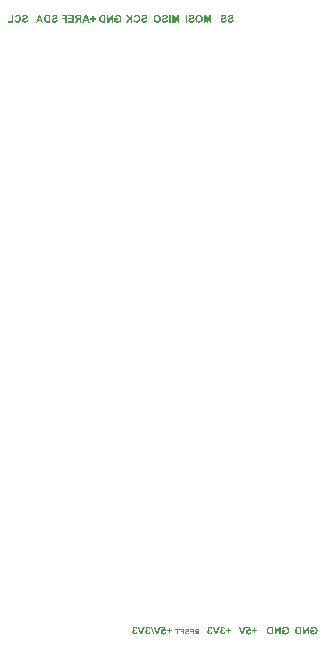
<source format=gbo>
G04*
G04 #@! TF.GenerationSoftware,Altium Limited,Altium Designer,20.0.7 (75)*
G04*
G04 Layer_Color=32896*
%FSLAX44Y44*%
%MOMM*%
G71*
G01*
G75*
G36*
X433816Y5120D02*
X432623D01*
Y9336D01*
X430025Y5120D01*
X428731D01*
Y11518D01*
X429924D01*
Y7210D01*
X432568Y11518D01*
X433816D01*
Y5120D01*
D02*
G37*
G36*
X438162Y11629D02*
X438457Y11592D01*
X438587Y11564D01*
X438716Y11537D01*
X438837Y11509D01*
X438938Y11481D01*
X439031Y11444D01*
X439123Y11416D01*
X439188Y11389D01*
X439253Y11370D01*
X439299Y11343D01*
X439336Y11333D01*
X439354Y11315D01*
X439364D01*
X439650Y11148D01*
X439770Y11047D01*
X439891Y10954D01*
X440001Y10853D01*
X440103Y10751D01*
X440196Y10649D01*
X440279Y10557D01*
X440344Y10464D01*
X440408Y10381D01*
X440464Y10307D01*
X440510Y10242D01*
X440538Y10187D01*
X440565Y10150D01*
X440575Y10122D01*
X440584Y10113D01*
X440658Y9965D01*
X440723Y9817D01*
X440824Y9512D01*
X440898Y9207D01*
X440945Y8939D01*
X440963Y8809D01*
X440981Y8698D01*
X440991Y8597D01*
Y8504D01*
X441000Y8439D01*
Y8384D01*
Y8347D01*
Y8338D01*
X440981Y7996D01*
X440945Y7681D01*
X440880Y7395D01*
X440852Y7256D01*
X440815Y7136D01*
X440778Y7025D01*
X440750Y6923D01*
X440713Y6840D01*
X440686Y6766D01*
X440667Y6710D01*
X440649Y6664D01*
X440630Y6636D01*
Y6627D01*
X440473Y6350D01*
X440297Y6109D01*
X440112Y5897D01*
X439927Y5730D01*
X439844Y5656D01*
X439761Y5592D01*
X439696Y5536D01*
X439632Y5499D01*
X439585Y5462D01*
X439539Y5434D01*
X439521Y5425D01*
X439511Y5416D01*
X439364Y5342D01*
X439225Y5277D01*
X438920Y5176D01*
X438624Y5102D01*
X438356Y5056D01*
X438226Y5037D01*
X438115Y5019D01*
X438014Y5009D01*
X437921D01*
X437856Y5000D01*
X437755D01*
X437459Y5009D01*
X437182Y5046D01*
X436913Y5092D01*
X436682Y5148D01*
X436581Y5176D01*
X436488Y5203D01*
X436405Y5231D01*
X436331Y5250D01*
X436275Y5268D01*
X436239Y5287D01*
X436211Y5296D01*
X436202D01*
X435924Y5407D01*
X435693Y5527D01*
X435490Y5647D01*
X435314Y5749D01*
X435185Y5841D01*
X435138Y5878D01*
X435092Y5915D01*
X435064Y5943D01*
X435037Y5961D01*
X435018Y5980D01*
Y8550D01*
X437801D01*
Y7469D01*
X436322D01*
Y6646D01*
X436433Y6562D01*
X436553Y6489D01*
X436673Y6424D01*
X436784Y6368D01*
X436876Y6322D01*
X436960Y6285D01*
X437006Y6267D01*
X437015Y6257D01*
X437024D01*
X437172Y6202D01*
X437320Y6165D01*
X437459Y6137D01*
X437579Y6119D01*
X437690Y6109D01*
X437764Y6100D01*
X437838D01*
X437986Y6109D01*
X438134Y6128D01*
X438263Y6156D01*
X438393Y6193D01*
X438624Y6285D01*
X438716Y6331D01*
X438809Y6387D01*
X438892Y6442D01*
X438966Y6489D01*
X439021Y6544D01*
X439077Y6581D01*
X439114Y6618D01*
X439142Y6646D01*
X439160Y6664D01*
X439169Y6673D01*
X439253Y6784D01*
X439336Y6914D01*
X439400Y7043D01*
X439456Y7182D01*
X439548Y7469D01*
X439604Y7746D01*
X439622Y7875D01*
X439641Y8005D01*
X439650Y8106D01*
X439659Y8208D01*
X439669Y8282D01*
Y8347D01*
Y8384D01*
Y8393D01*
X439659Y8587D01*
X439650Y8763D01*
X439622Y8939D01*
X439595Y9096D01*
X439558Y9234D01*
X439511Y9364D01*
X439465Y9484D01*
X439419Y9595D01*
X439382Y9688D01*
X439336Y9771D01*
X439290Y9835D01*
X439253Y9891D01*
X439225Y9937D01*
X439197Y9965D01*
X439188Y9983D01*
X439179Y9993D01*
X439077Y10085D01*
X438975Y10178D01*
X438864Y10242D01*
X438753Y10307D01*
X438642Y10362D01*
X438531Y10409D01*
X438319Y10473D01*
X438217Y10492D01*
X438125Y10510D01*
X438041Y10520D01*
X437967Y10529D01*
X437912Y10538D01*
X437829D01*
X437625Y10529D01*
X437450Y10492D01*
X437293Y10455D01*
X437154Y10399D01*
X437052Y10353D01*
X436969Y10307D01*
X436923Y10270D01*
X436904Y10261D01*
X436775Y10150D01*
X436664Y10030D01*
X436571Y9909D01*
X436507Y9789D01*
X436451Y9678D01*
X436414Y9595D01*
X436396Y9540D01*
X436386Y9530D01*
Y9521D01*
X435101Y9761D01*
X435138Y9919D01*
X435194Y10076D01*
X435249Y10215D01*
X435323Y10344D01*
X435388Y10473D01*
X435462Y10584D01*
X435536Y10686D01*
X435610Y10778D01*
X435684Y10862D01*
X435748Y10936D01*
X435804Y11000D01*
X435859Y11047D01*
X435906Y11084D01*
X435943Y11121D01*
X435961Y11130D01*
X435970Y11139D01*
X436100Y11231D01*
X436239Y11306D01*
X436386Y11370D01*
X436544Y11426D01*
X436849Y11518D01*
X437145Y11574D01*
X437283Y11601D01*
X437413Y11611D01*
X437533Y11620D01*
X437635Y11629D01*
X437718Y11638D01*
X437829D01*
X438162Y11629D01*
D02*
G37*
G36*
X427363Y5120D02*
X424940D01*
X424691Y5129D01*
X424460Y5139D01*
X424266Y5157D01*
X424108Y5185D01*
X423979Y5213D01*
X423877Y5231D01*
X423849Y5240D01*
X423822D01*
X423812Y5250D01*
X423803D01*
X423600Y5324D01*
X423415Y5407D01*
X423267Y5490D01*
X423138Y5573D01*
X423036Y5647D01*
X422962Y5703D01*
X422916Y5740D01*
X422897Y5758D01*
X422740Y5934D01*
X422601Y6119D01*
X422481Y6313D01*
X422389Y6489D01*
X422315Y6655D01*
X422278Y6720D01*
X422259Y6775D01*
X422241Y6831D01*
X422222Y6868D01*
X422213Y6886D01*
Y6895D01*
X422148Y7117D01*
X422093Y7348D01*
X422056Y7570D01*
X422037Y7783D01*
X422028Y7885D01*
X422019Y7977D01*
Y8051D01*
X422010Y8125D01*
Y8181D01*
Y8217D01*
Y8245D01*
Y8254D01*
X422019Y8578D01*
X422047Y8865D01*
X422056Y9003D01*
X422074Y9123D01*
X422093Y9244D01*
X422111Y9345D01*
X422139Y9438D01*
X422158Y9521D01*
X422176Y9595D01*
X422185Y9650D01*
X422204Y9697D01*
X422213Y9734D01*
X422222Y9752D01*
Y9761D01*
X422305Y9983D01*
X422407Y10187D01*
X422509Y10362D01*
X422611Y10510D01*
X422694Y10631D01*
X422768Y10723D01*
X422814Y10778D01*
X422823Y10797D01*
X422832D01*
X422990Y10945D01*
X423147Y11065D01*
X423313Y11167D01*
X423461Y11250D01*
X423591Y11315D01*
X423702Y11361D01*
X423739Y11370D01*
X423766Y11379D01*
X423785Y11389D01*
X423794D01*
X423970Y11435D01*
X424164Y11463D01*
X424367Y11490D01*
X424561Y11500D01*
X424737Y11509D01*
X424811Y11518D01*
X427363D01*
Y5120D01*
D02*
G37*
G36*
X409816D02*
X408624D01*
Y9336D01*
X406026Y5120D01*
X404731D01*
Y11518D01*
X405924D01*
Y7210D01*
X408568Y11518D01*
X409816D01*
Y5120D01*
D02*
G37*
G36*
X414162Y11629D02*
X414458Y11592D01*
X414587Y11564D01*
X414716Y11537D01*
X414837Y11509D01*
X414938Y11481D01*
X415031Y11444D01*
X415123Y11416D01*
X415188Y11389D01*
X415253Y11370D01*
X415299Y11343D01*
X415336Y11333D01*
X415354Y11315D01*
X415364D01*
X415650Y11148D01*
X415770Y11047D01*
X415891Y10954D01*
X416002Y10853D01*
X416103Y10751D01*
X416196Y10649D01*
X416279Y10557D01*
X416344Y10464D01*
X416408Y10381D01*
X416464Y10307D01*
X416510Y10242D01*
X416538Y10187D01*
X416566Y10150D01*
X416575Y10122D01*
X416584Y10113D01*
X416658Y9965D01*
X416723Y9817D01*
X416824Y9512D01*
X416898Y9207D01*
X416945Y8939D01*
X416963Y8809D01*
X416982Y8698D01*
X416991Y8597D01*
Y8504D01*
X417000Y8439D01*
Y8384D01*
Y8347D01*
Y8338D01*
X416982Y7996D01*
X416945Y7681D01*
X416880Y7395D01*
X416852Y7256D01*
X416815Y7136D01*
X416778Y7025D01*
X416750Y6923D01*
X416713Y6840D01*
X416686Y6766D01*
X416667Y6710D01*
X416649Y6664D01*
X416630Y6636D01*
Y6627D01*
X416473Y6350D01*
X416297Y6109D01*
X416112Y5897D01*
X415928Y5730D01*
X415844Y5656D01*
X415761Y5592D01*
X415696Y5536D01*
X415632Y5499D01*
X415585Y5462D01*
X415539Y5434D01*
X415521Y5425D01*
X415512Y5416D01*
X415364Y5342D01*
X415225Y5277D01*
X414920Y5176D01*
X414624Y5102D01*
X414356Y5056D01*
X414226Y5037D01*
X414115Y5019D01*
X414014Y5009D01*
X413921D01*
X413857Y5000D01*
X413755D01*
X413459Y5009D01*
X413182Y5046D01*
X412913Y5092D01*
X412682Y5148D01*
X412581Y5176D01*
X412488Y5203D01*
X412405Y5231D01*
X412331Y5250D01*
X412276Y5268D01*
X412239Y5287D01*
X412211Y5296D01*
X412201D01*
X411924Y5407D01*
X411693Y5527D01*
X411490Y5647D01*
X411314Y5749D01*
X411185Y5841D01*
X411138Y5878D01*
X411092Y5915D01*
X411064Y5943D01*
X411037Y5961D01*
X411018Y5980D01*
Y8550D01*
X413801D01*
Y7469D01*
X412322D01*
Y6646D01*
X412433Y6562D01*
X412553Y6489D01*
X412673Y6424D01*
X412784Y6368D01*
X412877Y6322D01*
X412960Y6285D01*
X413006Y6267D01*
X413015Y6257D01*
X413024D01*
X413172Y6202D01*
X413320Y6165D01*
X413459Y6137D01*
X413579Y6119D01*
X413690Y6109D01*
X413764Y6100D01*
X413838D01*
X413986Y6109D01*
X414134Y6128D01*
X414263Y6156D01*
X414393Y6193D01*
X414624Y6285D01*
X414716Y6331D01*
X414809Y6387D01*
X414892Y6442D01*
X414966Y6489D01*
X415021Y6544D01*
X415077Y6581D01*
X415114Y6618D01*
X415142Y6646D01*
X415160Y6664D01*
X415169Y6673D01*
X415253Y6784D01*
X415336Y6914D01*
X415401Y7043D01*
X415456Y7182D01*
X415548Y7469D01*
X415604Y7746D01*
X415622Y7875D01*
X415641Y8005D01*
X415650Y8106D01*
X415659Y8208D01*
X415669Y8282D01*
Y8347D01*
Y8384D01*
Y8393D01*
X415659Y8587D01*
X415650Y8763D01*
X415622Y8939D01*
X415595Y9096D01*
X415558Y9234D01*
X415512Y9364D01*
X415465Y9484D01*
X415419Y9595D01*
X415382Y9688D01*
X415336Y9771D01*
X415290Y9835D01*
X415253Y9891D01*
X415225Y9937D01*
X415197Y9965D01*
X415188Y9983D01*
X415179Y9993D01*
X415077Y10085D01*
X414975Y10178D01*
X414864Y10242D01*
X414753Y10307D01*
X414642Y10362D01*
X414531Y10409D01*
X414319Y10473D01*
X414217Y10492D01*
X414125Y10510D01*
X414041Y10520D01*
X413967Y10529D01*
X413912Y10538D01*
X413829D01*
X413625Y10529D01*
X413450Y10492D01*
X413293Y10455D01*
X413154Y10399D01*
X413052Y10353D01*
X412969Y10307D01*
X412923Y10270D01*
X412904Y10261D01*
X412775Y10150D01*
X412664Y10030D01*
X412571Y9909D01*
X412507Y9789D01*
X412451Y9678D01*
X412414Y9595D01*
X412396Y9540D01*
X412386Y9530D01*
Y9521D01*
X411101Y9761D01*
X411138Y9919D01*
X411194Y10076D01*
X411249Y10215D01*
X411323Y10344D01*
X411388Y10473D01*
X411462Y10584D01*
X411536Y10686D01*
X411610Y10778D01*
X411684Y10862D01*
X411749Y10936D01*
X411804Y11000D01*
X411860Y11047D01*
X411906Y11084D01*
X411943Y11121D01*
X411961Y11130D01*
X411970Y11139D01*
X412100Y11231D01*
X412239Y11306D01*
X412386Y11370D01*
X412544Y11426D01*
X412849Y11518D01*
X413145Y11574D01*
X413283Y11601D01*
X413413Y11611D01*
X413533Y11620D01*
X413635Y11629D01*
X413718Y11638D01*
X413829D01*
X414162Y11629D01*
D02*
G37*
G36*
X403363Y5120D02*
X400940D01*
X400691Y5129D01*
X400460Y5139D01*
X400266Y5157D01*
X400108Y5185D01*
X399979Y5213D01*
X399877Y5231D01*
X399849Y5240D01*
X399822D01*
X399812Y5250D01*
X399803D01*
X399600Y5324D01*
X399415Y5407D01*
X399267Y5490D01*
X399137Y5573D01*
X399036Y5647D01*
X398962Y5703D01*
X398916Y5740D01*
X398897Y5758D01*
X398740Y5934D01*
X398601Y6119D01*
X398481Y6313D01*
X398389Y6489D01*
X398315Y6655D01*
X398278Y6720D01*
X398259Y6775D01*
X398241Y6831D01*
X398222Y6868D01*
X398213Y6886D01*
Y6895D01*
X398148Y7117D01*
X398093Y7348D01*
X398056Y7570D01*
X398037Y7783D01*
X398028Y7885D01*
X398019Y7977D01*
Y8051D01*
X398009Y8125D01*
Y8181D01*
Y8217D01*
Y8245D01*
Y8254D01*
X398019Y8578D01*
X398046Y8865D01*
X398056Y9003D01*
X398074Y9123D01*
X398093Y9244D01*
X398111Y9345D01*
X398139Y9438D01*
X398158Y9521D01*
X398176Y9595D01*
X398185Y9650D01*
X398204Y9697D01*
X398213Y9734D01*
X398222Y9752D01*
Y9761D01*
X398305Y9983D01*
X398407Y10187D01*
X398509Y10362D01*
X398610Y10510D01*
X398694Y10631D01*
X398768Y10723D01*
X398814Y10778D01*
X398823Y10797D01*
X398832D01*
X398990Y10945D01*
X399147Y11065D01*
X399313Y11167D01*
X399461Y11250D01*
X399590Y11315D01*
X399701Y11361D01*
X399739Y11370D01*
X399766Y11379D01*
X399785Y11389D01*
X399794D01*
X399970Y11435D01*
X400164Y11463D01*
X400367Y11490D01*
X400561Y11500D01*
X400737Y11509D01*
X400811Y11518D01*
X403363D01*
Y5120D01*
D02*
G37*
G36*
X384601Y8097D02*
X383611Y7959D01*
X383528Y8042D01*
X383445Y8116D01*
X383362Y8181D01*
X383279Y8236D01*
X383121Y8319D01*
X382973Y8375D01*
X382844Y8402D01*
X382752Y8421D01*
X382715Y8430D01*
X382659D01*
X382511Y8421D01*
X382372Y8384D01*
X382252Y8338D01*
X382150Y8282D01*
X382076Y8217D01*
X382012Y8171D01*
X381975Y8134D01*
X381966Y8125D01*
X381873Y8005D01*
X381808Y7866D01*
X381762Y7718D01*
X381734Y7570D01*
X381707Y7441D01*
X381698Y7339D01*
Y7293D01*
Y7265D01*
Y7247D01*
Y7237D01*
X381707Y7016D01*
X381734Y6821D01*
X381781Y6664D01*
X381827Y6535D01*
X381882Y6424D01*
X381919Y6350D01*
X381956Y6313D01*
X381966Y6294D01*
X382067Y6193D01*
X382178Y6109D01*
X382289Y6054D01*
X382391Y6017D01*
X382483Y5998D01*
X382557Y5989D01*
X382603Y5980D01*
X382622D01*
X382742Y5989D01*
X382862Y6017D01*
X382964Y6054D01*
X383047Y6100D01*
X383121Y6146D01*
X383177Y6183D01*
X383214Y6211D01*
X383223Y6220D01*
X383306Y6322D01*
X383380Y6424D01*
X383436Y6535D01*
X383473Y6636D01*
X383500Y6729D01*
X383519Y6812D01*
X383528Y6858D01*
Y6877D01*
X384748Y6747D01*
X384721Y6600D01*
X384693Y6461D01*
X384601Y6211D01*
X384499Y5989D01*
X384443Y5897D01*
X384379Y5804D01*
X384323Y5730D01*
X384277Y5666D01*
X384221Y5610D01*
X384184Y5555D01*
X384147Y5518D01*
X384120Y5490D01*
X384101Y5481D01*
X384092Y5472D01*
X383981Y5388D01*
X383870Y5314D01*
X383750Y5250D01*
X383630Y5203D01*
X383380Y5111D01*
X383158Y5056D01*
X383047Y5037D01*
X382955Y5028D01*
X382862Y5019D01*
X382788Y5009D01*
X382724Y5000D01*
X382640D01*
X382437Y5009D01*
X382243Y5037D01*
X382067Y5074D01*
X381901Y5129D01*
X381744Y5194D01*
X381605Y5268D01*
X381476Y5342D01*
X381355Y5425D01*
X381254Y5499D01*
X381161Y5573D01*
X381078Y5647D01*
X381013Y5712D01*
X380967Y5767D01*
X380930Y5804D01*
X380912Y5832D01*
X380902Y5841D01*
X380819Y5961D01*
X380745Y6082D01*
X380690Y6202D01*
X380634Y6331D01*
X380551Y6572D01*
X380495Y6794D01*
X380477Y6886D01*
X380468Y6978D01*
X380449Y7062D01*
Y7136D01*
X380440Y7191D01*
Y7228D01*
Y7256D01*
Y7265D01*
X380449Y7441D01*
X380468Y7607D01*
X380495Y7764D01*
X380532Y7912D01*
X380569Y8042D01*
X380625Y8171D01*
X380671Y8291D01*
X380727Y8393D01*
X380782Y8486D01*
X380828Y8569D01*
X380884Y8643D01*
X380921Y8698D01*
X380958Y8745D01*
X380985Y8781D01*
X381004Y8800D01*
X381013Y8809D01*
X381124Y8911D01*
X381235Y9003D01*
X381355Y9086D01*
X381476Y9161D01*
X381586Y9216D01*
X381707Y9262D01*
X381919Y9336D01*
X382021Y9364D01*
X382113Y9382D01*
X382197Y9392D01*
X382261Y9401D01*
X382317Y9410D01*
X382400D01*
X382557Y9401D01*
X382715Y9373D01*
X382853Y9345D01*
X382983Y9308D01*
X383084Y9262D01*
X383167Y9234D01*
X383223Y9207D01*
X383232Y9197D01*
X383242D01*
X383047Y10288D01*
X380727D01*
Y11435D01*
X383972D01*
X384601Y8097D01*
D02*
G37*
G36*
X377879Y5120D02*
X376483D01*
X374208Y11518D01*
X375586D01*
X377149Y6784D01*
X378776Y11518D01*
X380172D01*
X377879Y5120D01*
D02*
G37*
G36*
X388327Y8846D02*
X390000D01*
Y7700D01*
X388327D01*
Y6045D01*
X387208D01*
Y7700D01*
X385525D01*
Y8846D01*
X387208D01*
Y10501D01*
X388327D01*
Y8846D01*
D02*
G37*
G36*
X360946Y11546D02*
X361121Y11527D01*
X361288Y11490D01*
X361426Y11453D01*
X361537Y11416D01*
X361630Y11379D01*
X361685Y11361D01*
X361694Y11352D01*
X361704D01*
X361852Y11269D01*
X361990Y11176D01*
X362101Y11084D01*
X362194Y11000D01*
X362268Y10917D01*
X362323Y10853D01*
X362360Y10816D01*
X362369Y10797D01*
X362453Y10658D01*
X362527Y10510D01*
X362582Y10353D01*
X362638Y10205D01*
X362674Y10067D01*
X362702Y9965D01*
X362711Y9919D01*
Y9891D01*
X362721Y9872D01*
Y9863D01*
X361593Y9678D01*
X361565Y9826D01*
X361528Y9956D01*
X361491Y10067D01*
X361445Y10150D01*
X361399Y10224D01*
X361362Y10279D01*
X361334Y10307D01*
X361325Y10316D01*
X361241Y10390D01*
X361149Y10446D01*
X361057Y10483D01*
X360973Y10510D01*
X360899Y10529D01*
X360844Y10538D01*
X360788D01*
X360677Y10529D01*
X360566Y10510D01*
X360483Y10473D01*
X360409Y10446D01*
X360345Y10409D01*
X360308Y10372D01*
X360280Y10353D01*
X360271Y10344D01*
X360206Y10270D01*
X360160Y10178D01*
X360123Y10094D01*
X360104Y10011D01*
X360086Y9937D01*
X360076Y9882D01*
Y9845D01*
Y9826D01*
X360086Y9688D01*
X360113Y9567D01*
X360160Y9466D01*
X360206Y9382D01*
X360261Y9308D01*
X360298Y9262D01*
X360335Y9225D01*
X360345Y9216D01*
X360456Y9142D01*
X360576Y9086D01*
X360705Y9050D01*
X360825Y9022D01*
X360936Y9013D01*
X361029Y9003D01*
X361112D01*
X361241Y8014D01*
X361121Y8042D01*
X361020Y8069D01*
X360918Y8088D01*
X360835Y8097D01*
X360770Y8106D01*
X360677D01*
X360548Y8097D01*
X360437Y8060D01*
X360335Y8023D01*
X360243Y7968D01*
X360178Y7922D01*
X360123Y7875D01*
X360086Y7838D01*
X360076Y7829D01*
X359993Y7718D01*
X359929Y7598D01*
X359882Y7478D01*
X359845Y7358D01*
X359827Y7247D01*
X359818Y7164D01*
Y7108D01*
Y7099D01*
Y7089D01*
X359827Y6914D01*
X359855Y6757D01*
X359901Y6618D01*
X359947Y6507D01*
X360003Y6424D01*
X360039Y6359D01*
X360076Y6313D01*
X360086Y6304D01*
X360187Y6211D01*
X360298Y6137D01*
X360400Y6091D01*
X360502Y6054D01*
X360594Y6036D01*
X360659Y6026D01*
X360705Y6017D01*
X360724D01*
X360853Y6026D01*
X360964Y6054D01*
X361066Y6091D01*
X361158Y6137D01*
X361223Y6174D01*
X361278Y6211D01*
X361315Y6239D01*
X361325Y6248D01*
X361408Y6350D01*
X361482Y6461D01*
X361528Y6581D01*
X361574Y6692D01*
X361602Y6794D01*
X361620Y6877D01*
X361630Y6932D01*
Y6942D01*
Y6951D01*
X362813Y6803D01*
X362795Y6655D01*
X362758Y6516D01*
X362674Y6257D01*
X362573Y6036D01*
X362508Y5943D01*
X362453Y5851D01*
X362397Y5767D01*
X362342Y5703D01*
X362295Y5638D01*
X362249Y5592D01*
X362212Y5555D01*
X362184Y5527D01*
X362166Y5508D01*
X362157Y5499D01*
X362046Y5416D01*
X361926Y5333D01*
X361815Y5268D01*
X361685Y5213D01*
X361445Y5120D01*
X361223Y5065D01*
X361112Y5046D01*
X361020Y5028D01*
X360936Y5019D01*
X360862Y5009D01*
X360798Y5000D01*
X360714D01*
X360548Y5009D01*
X360382Y5028D01*
X360234Y5056D01*
X360086Y5092D01*
X359956Y5139D01*
X359827Y5185D01*
X359707Y5240D01*
X359605Y5296D01*
X359512Y5351D01*
X359420Y5407D01*
X359355Y5453D01*
X359291Y5499D01*
X359244Y5536D01*
X359207Y5564D01*
X359189Y5583D01*
X359180Y5592D01*
X359069Y5703D01*
X358976Y5823D01*
X358893Y5943D01*
X358819Y6063D01*
X358764Y6193D01*
X358708Y6313D01*
X358634Y6535D01*
X358616Y6636D01*
X358597Y6738D01*
X358579Y6821D01*
X358569Y6895D01*
X358560Y6951D01*
Y6997D01*
Y7025D01*
Y7034D01*
X358579Y7247D01*
X358616Y7432D01*
X358662Y7607D01*
X358727Y7746D01*
X358791Y7866D01*
X358838Y7949D01*
X358875Y8005D01*
X358893Y8023D01*
X359022Y8162D01*
X359170Y8282D01*
X359318Y8375D01*
X359457Y8449D01*
X359577Y8504D01*
X359679Y8532D01*
X359716Y8550D01*
X359744D01*
X359762Y8559D01*
X359771D01*
X359605Y8661D01*
X359466Y8763D01*
X359346Y8874D01*
X359235Y8985D01*
X359143Y9096D01*
X359069Y9207D01*
X359013Y9318D01*
X358958Y9419D01*
X358921Y9521D01*
X358893Y9614D01*
X358875Y9697D01*
X358865Y9771D01*
X358856Y9826D01*
X358847Y9872D01*
Y9900D01*
Y9909D01*
X358856Y10020D01*
X358865Y10122D01*
X358921Y10325D01*
X358985Y10510D01*
X359069Y10668D01*
X359152Y10797D01*
X359226Y10889D01*
X359254Y10926D01*
X359281Y10954D01*
X359291Y10963D01*
X359300Y10973D01*
X359402Y11074D01*
X359522Y11167D01*
X359633Y11241D01*
X359753Y11306D01*
X359882Y11370D01*
X360003Y11416D01*
X360234Y11481D01*
X360335Y11509D01*
X360437Y11527D01*
X360520Y11537D01*
X360603Y11546D01*
X360668Y11555D01*
X360751D01*
X360946Y11546D01*
D02*
G37*
G36*
X350008D02*
X350184Y11527D01*
X350350Y11490D01*
X350489Y11453D01*
X350600Y11416D01*
X350692Y11379D01*
X350748Y11361D01*
X350757Y11352D01*
X350766D01*
X350914Y11269D01*
X351053Y11176D01*
X351164Y11084D01*
X351256Y11000D01*
X351330Y10917D01*
X351386Y10853D01*
X351423Y10816D01*
X351432Y10797D01*
X351515Y10658D01*
X351589Y10510D01*
X351645Y10353D01*
X351700Y10205D01*
X351737Y10067D01*
X351765Y9965D01*
X351774Y9919D01*
Y9891D01*
X351783Y9872D01*
Y9863D01*
X350655Y9678D01*
X350628Y9826D01*
X350591Y9956D01*
X350554Y10067D01*
X350507Y10150D01*
X350461Y10224D01*
X350424Y10279D01*
X350396Y10307D01*
X350387Y10316D01*
X350304Y10390D01*
X350211Y10446D01*
X350119Y10483D01*
X350036Y10510D01*
X349962Y10529D01*
X349906Y10538D01*
X349851D01*
X349740Y10529D01*
X349629Y10510D01*
X349546Y10473D01*
X349472Y10446D01*
X349407Y10409D01*
X349370Y10372D01*
X349342Y10353D01*
X349333Y10344D01*
X349268Y10270D01*
X349222Y10178D01*
X349185Y10094D01*
X349167Y10011D01*
X349148Y9937D01*
X349139Y9882D01*
Y9845D01*
Y9826D01*
X349148Y9688D01*
X349176Y9567D01*
X349222Y9466D01*
X349268Y9382D01*
X349324Y9308D01*
X349361Y9262D01*
X349398Y9225D01*
X349407Y9216D01*
X349518Y9142D01*
X349638Y9086D01*
X349768Y9050D01*
X349888Y9022D01*
X349999Y9013D01*
X350091Y9003D01*
X350174D01*
X350304Y8014D01*
X350184Y8042D01*
X350082Y8069D01*
X349980Y8088D01*
X349897Y8097D01*
X349832Y8106D01*
X349740D01*
X349610Y8097D01*
X349500Y8060D01*
X349398Y8023D01*
X349305Y7968D01*
X349241Y7922D01*
X349185Y7875D01*
X349148Y7838D01*
X349139Y7829D01*
X349056Y7718D01*
X348991Y7598D01*
X348945Y7478D01*
X348908Y7358D01*
X348889Y7247D01*
X348880Y7164D01*
Y7108D01*
Y7099D01*
Y7089D01*
X348889Y6914D01*
X348917Y6757D01*
X348963Y6618D01*
X349010Y6507D01*
X349065Y6424D01*
X349102Y6359D01*
X349139Y6313D01*
X349148Y6304D01*
X349250Y6211D01*
X349361Y6137D01*
X349463Y6091D01*
X349564Y6054D01*
X349657Y6036D01*
X349721Y6026D01*
X349768Y6017D01*
X349786D01*
X349916Y6026D01*
X350027Y6054D01*
X350128Y6091D01*
X350221Y6137D01*
X350285Y6174D01*
X350341Y6211D01*
X350378Y6239D01*
X350387Y6248D01*
X350470Y6350D01*
X350544Y6461D01*
X350591Y6581D01*
X350637Y6692D01*
X350664Y6794D01*
X350683Y6877D01*
X350692Y6932D01*
Y6942D01*
Y6951D01*
X351876Y6803D01*
X351857Y6655D01*
X351820Y6516D01*
X351737Y6257D01*
X351635Y6036D01*
X351571Y5943D01*
X351515Y5851D01*
X351460Y5767D01*
X351404Y5703D01*
X351358Y5638D01*
X351312Y5592D01*
X351275Y5555D01*
X351247Y5527D01*
X351228Y5508D01*
X351219Y5499D01*
X351108Y5416D01*
X350988Y5333D01*
X350877Y5268D01*
X350748Y5213D01*
X350507Y5120D01*
X350285Y5065D01*
X350174Y5046D01*
X350082Y5028D01*
X349999Y5019D01*
X349925Y5009D01*
X349860Y5000D01*
X349777D01*
X349610Y5009D01*
X349444Y5028D01*
X349296Y5056D01*
X349148Y5092D01*
X349019Y5139D01*
X348889Y5185D01*
X348769Y5240D01*
X348667Y5296D01*
X348575Y5351D01*
X348483Y5407D01*
X348418Y5453D01*
X348353Y5499D01*
X348307Y5536D01*
X348270Y5564D01*
X348251Y5583D01*
X348242Y5592D01*
X348131Y5703D01*
X348039Y5823D01*
X347956Y5943D01*
X347882Y6063D01*
X347826Y6193D01*
X347771Y6313D01*
X347697Y6535D01*
X347678Y6636D01*
X347660Y6738D01*
X347641Y6821D01*
X347632Y6895D01*
X347623Y6951D01*
Y6997D01*
Y7025D01*
Y7034D01*
X347641Y7247D01*
X347678Y7432D01*
X347724Y7607D01*
X347789Y7746D01*
X347854Y7866D01*
X347900Y7949D01*
X347937Y8005D01*
X347956Y8023D01*
X348085Y8162D01*
X348233Y8282D01*
X348381Y8375D01*
X348520Y8449D01*
X348640Y8504D01*
X348741Y8532D01*
X348778Y8550D01*
X348806D01*
X348825Y8559D01*
X348834D01*
X348667Y8661D01*
X348529Y8763D01*
X348409Y8874D01*
X348298Y8985D01*
X348205Y9096D01*
X348131Y9207D01*
X348076Y9318D01*
X348020Y9419D01*
X347983Y9521D01*
X347956Y9614D01*
X347937Y9697D01*
X347928Y9771D01*
X347919Y9826D01*
X347909Y9872D01*
Y9900D01*
Y9909D01*
X347919Y10020D01*
X347928Y10122D01*
X347983Y10325D01*
X348048Y10510D01*
X348131Y10668D01*
X348214Y10797D01*
X348288Y10889D01*
X348316Y10926D01*
X348344Y10954D01*
X348353Y10963D01*
X348362Y10973D01*
X348464Y11074D01*
X348584Y11167D01*
X348695Y11241D01*
X348815Y11306D01*
X348945Y11370D01*
X349065Y11416D01*
X349296Y11481D01*
X349398Y11509D01*
X349500Y11527D01*
X349583Y11537D01*
X349666Y11546D01*
X349731Y11555D01*
X349814D01*
X350008Y11546D01*
D02*
G37*
G36*
X355879Y5120D02*
X354483D01*
X352209Y11518D01*
X353586D01*
X355149Y6784D01*
X356776Y11518D01*
X358172D01*
X355879Y5120D01*
D02*
G37*
G36*
X366326Y8846D02*
X368000D01*
Y7700D01*
X366326D01*
Y6045D01*
X365208D01*
Y7700D01*
X363525D01*
Y8846D01*
X365208D01*
Y10501D01*
X366326D01*
Y8846D01*
D02*
G37*
G36*
X341000Y5084D02*
X340093D01*
Y6956D01*
X339802D01*
X339711Y6950D01*
X339633Y6943D01*
X339569Y6930D01*
X339517Y6924D01*
X339484Y6911D01*
X339465Y6904D01*
X339459D01*
X339407Y6878D01*
X339355Y6852D01*
X339310Y6820D01*
X339264Y6794D01*
X339232Y6762D01*
X339206Y6736D01*
X339193Y6723D01*
X339186Y6716D01*
X339160Y6684D01*
X339128Y6652D01*
X339057Y6554D01*
X338979Y6451D01*
X338895Y6334D01*
X338824Y6231D01*
X338791Y6179D01*
X338765Y6140D01*
X338740Y6108D01*
X338720Y6082D01*
X338714Y6062D01*
X338707Y6056D01*
X338059Y5084D01*
X336971D01*
X337522Y5959D01*
X337580Y6049D01*
X337638Y6140D01*
X337690Y6218D01*
X337742Y6289D01*
X337787Y6354D01*
X337826Y6418D01*
X337904Y6516D01*
X337962Y6593D01*
X338001Y6645D01*
X338033Y6678D01*
X338040Y6684D01*
X338111Y6762D01*
X338195Y6833D01*
X338273Y6891D01*
X338351Y6950D01*
X338416Y6995D01*
X338467Y7027D01*
X338506Y7053D01*
X338513Y7060D01*
X338519D01*
X338409Y7079D01*
X338312Y7105D01*
X338221Y7131D01*
X338131Y7163D01*
X338053Y7196D01*
X337982Y7228D01*
X337910Y7261D01*
X337852Y7299D01*
X337800Y7332D01*
X337755Y7364D01*
X337716Y7397D01*
X337690Y7422D01*
X337664Y7442D01*
X337645Y7461D01*
X337638Y7468D01*
X337632Y7474D01*
X337580Y7539D01*
X337535Y7604D01*
X337457Y7746D01*
X337405Y7882D01*
X337373Y8018D01*
X337347Y8135D01*
X337341Y8180D01*
Y8225D01*
X337334Y8258D01*
Y8290D01*
Y8303D01*
Y8310D01*
X337341Y8452D01*
X337366Y8588D01*
X337399Y8705D01*
X337431Y8809D01*
X337470Y8893D01*
X337502Y8957D01*
X337515Y8977D01*
X337528Y8996D01*
X337535Y9003D01*
Y9009D01*
X337612Y9119D01*
X337697Y9210D01*
X337781Y9281D01*
X337865Y9346D01*
X337943Y9385D01*
X338001Y9417D01*
X338040Y9437D01*
X338046Y9443D01*
X338053D01*
X338118Y9463D01*
X338189Y9482D01*
X338351Y9514D01*
X338526Y9534D01*
X338694Y9553D01*
X338778D01*
X338850Y9560D01*
X338921D01*
X338979Y9566D01*
X341000D01*
Y5084D01*
D02*
G37*
G36*
X336479D02*
X333072D01*
Y5842D01*
X335572D01*
Y7060D01*
X333325D01*
Y7818D01*
X335572D01*
Y8809D01*
X333156D01*
Y9566D01*
X336479D01*
Y5084D01*
D02*
G37*
G36*
X328124D02*
X324717D01*
Y5842D01*
X327217D01*
Y7060D01*
X324969D01*
Y7818D01*
X327217D01*
Y8809D01*
X324801D01*
Y9566D01*
X328124D01*
Y5084D01*
D02*
G37*
G36*
X324263Y8809D02*
X322936D01*
Y5084D01*
X322029D01*
Y8809D01*
X320708D01*
Y9566D01*
X324263D01*
Y8809D01*
D02*
G37*
G36*
X330928Y9644D02*
X331097Y9625D01*
X331246Y9599D01*
X331375Y9573D01*
X331433Y9553D01*
X331485Y9540D01*
X331524Y9527D01*
X331563Y9514D01*
X331589Y9502D01*
X331608Y9495D01*
X331621Y9489D01*
X331628D01*
X331757Y9424D01*
X331867Y9352D01*
X331965Y9275D01*
X332042Y9204D01*
X332107Y9139D01*
X332146Y9087D01*
X332178Y9048D01*
X332185Y9042D01*
Y9035D01*
X332250Y8925D01*
X332295Y8809D01*
X332327Y8698D01*
X332347Y8601D01*
X332360Y8517D01*
X332373Y8452D01*
Y8426D01*
Y8407D01*
Y8400D01*
Y8394D01*
X332366Y8297D01*
X332353Y8200D01*
X332334Y8115D01*
X332308Y8031D01*
X332243Y7876D01*
X332165Y7740D01*
X332133Y7681D01*
X332094Y7636D01*
X332062Y7591D01*
X332029Y7552D01*
X332004Y7526D01*
X331984Y7507D01*
X331971Y7494D01*
X331965Y7487D01*
X331906Y7442D01*
X331835Y7397D01*
X331764Y7351D01*
X331680Y7312D01*
X331518Y7235D01*
X331349Y7170D01*
X331265Y7144D01*
X331194Y7118D01*
X331123Y7099D01*
X331064Y7079D01*
X331019Y7066D01*
X330980Y7053D01*
X330954Y7047D01*
X330948D01*
X330844Y7021D01*
X330753Y6995D01*
X330669Y6975D01*
X330592Y6956D01*
X330527Y6937D01*
X330468Y6924D01*
X330417Y6904D01*
X330371Y6891D01*
X330332Y6885D01*
X330300Y6872D01*
X330255Y6859D01*
X330229Y6846D01*
X330222D01*
X330138Y6814D01*
X330073Y6781D01*
X330015Y6749D01*
X329970Y6716D01*
X329937Y6690D01*
X329918Y6671D01*
X329905Y6658D01*
X329898Y6652D01*
X329866Y6606D01*
X329840Y6561D01*
X329827Y6516D01*
X329814Y6477D01*
X329808Y6438D01*
X329801Y6406D01*
Y6386D01*
Y6380D01*
X329808Y6289D01*
X329834Y6211D01*
X329873Y6133D01*
X329911Y6069D01*
X329957Y6017D01*
X329989Y5978D01*
X330015Y5952D01*
X330028Y5946D01*
X330119Y5887D01*
X330222Y5842D01*
X330332Y5810D01*
X330436Y5790D01*
X330533Y5777D01*
X330611Y5764D01*
X330682D01*
X330831Y5771D01*
X330961Y5797D01*
X331071Y5829D01*
X331168Y5868D01*
X331246Y5907D01*
X331297Y5939D01*
X331330Y5965D01*
X331343Y5972D01*
X331427Y6062D01*
X331492Y6159D01*
X331550Y6270D01*
X331589Y6380D01*
X331621Y6477D01*
X331647Y6554D01*
X331654Y6580D01*
Y6606D01*
X331660Y6619D01*
Y6626D01*
X332541Y6542D01*
X332522Y6406D01*
X332496Y6276D01*
X332457Y6153D01*
X332425Y6043D01*
X332379Y5939D01*
X332334Y5842D01*
X332288Y5758D01*
X332243Y5680D01*
X332198Y5615D01*
X332152Y5557D01*
X332114Y5505D01*
X332075Y5460D01*
X332049Y5428D01*
X332023Y5408D01*
X332010Y5395D01*
X332004Y5389D01*
X331913Y5317D01*
X331816Y5259D01*
X331712Y5207D01*
X331602Y5162D01*
X331498Y5130D01*
X331388Y5097D01*
X331174Y5052D01*
X331077Y5032D01*
X330987Y5019D01*
X330909Y5013D01*
X330838Y5006D01*
X330779Y5000D01*
X330695D01*
X330488Y5006D01*
X330300Y5026D01*
X330132Y5052D01*
X330060Y5065D01*
X329989Y5084D01*
X329931Y5097D01*
X329879Y5110D01*
X329834Y5123D01*
X329795Y5136D01*
X329762Y5149D01*
X329743Y5155D01*
X329730Y5162D01*
X329724D01*
X329581Y5233D01*
X329464Y5311D01*
X329354Y5389D01*
X329270Y5473D01*
X329205Y5544D01*
X329154Y5609D01*
X329128Y5648D01*
X329115Y5654D01*
Y5661D01*
X329044Y5790D01*
X328985Y5913D01*
X328946Y6036D01*
X328920Y6153D01*
X328907Y6244D01*
X328901Y6289D01*
X328895Y6321D01*
Y6347D01*
Y6367D01*
Y6380D01*
Y6386D01*
X328901Y6542D01*
X328920Y6678D01*
X328953Y6801D01*
X328985Y6904D01*
X329018Y6988D01*
X329050Y7047D01*
X329069Y7086D01*
X329076Y7099D01*
X329147Y7202D01*
X329231Y7293D01*
X329315Y7371D01*
X329393Y7435D01*
X329464Y7487D01*
X329523Y7526D01*
X329562Y7552D01*
X329568Y7558D01*
X329575D01*
X329639Y7591D01*
X329704Y7623D01*
X329860Y7681D01*
X330022Y7733D01*
X330177Y7785D01*
X330248Y7804D01*
X330319Y7824D01*
X330384Y7843D01*
X330436Y7856D01*
X330481Y7869D01*
X330514Y7876D01*
X330540Y7882D01*
X330546D01*
X330663Y7915D01*
X330766Y7940D01*
X330863Y7966D01*
X330954Y7992D01*
X331025Y8018D01*
X331097Y8044D01*
X331155Y8070D01*
X331207Y8090D01*
X331252Y8109D01*
X331284Y8128D01*
X331317Y8141D01*
X331336Y8154D01*
X331369Y8174D01*
X331375Y8180D01*
X331421Y8225D01*
X331453Y8271D01*
X331472Y8316D01*
X331485Y8362D01*
X331498Y8394D01*
X331505Y8426D01*
Y8446D01*
Y8452D01*
X331498Y8517D01*
X331485Y8569D01*
X331459Y8621D01*
X331433Y8659D01*
X331408Y8692D01*
X331382Y8711D01*
X331369Y8724D01*
X331362Y8731D01*
X331272Y8789D01*
X331174Y8828D01*
X331071Y8860D01*
X330974Y8880D01*
X330889Y8893D01*
X330818Y8899D01*
X330753D01*
X330617Y8893D01*
X330501Y8873D01*
X330404Y8847D01*
X330326Y8821D01*
X330261Y8795D01*
X330216Y8770D01*
X330190Y8750D01*
X330183Y8744D01*
X330119Y8679D01*
X330060Y8601D01*
X330015Y8523D01*
X329983Y8439D01*
X329957Y8368D01*
X329944Y8310D01*
X329931Y8264D01*
Y8258D01*
Y8251D01*
X329024Y8284D01*
X329030Y8400D01*
X329050Y8504D01*
X329076Y8608D01*
X329108Y8698D01*
X329141Y8789D01*
X329179Y8873D01*
X329218Y8945D01*
X329257Y9016D01*
X329302Y9074D01*
X329341Y9126D01*
X329380Y9171D01*
X329413Y9210D01*
X329439Y9236D01*
X329458Y9255D01*
X329471Y9268D01*
X329477Y9275D01*
X329562Y9340D01*
X329652Y9398D01*
X329749Y9450D01*
X329853Y9495D01*
X329957Y9527D01*
X330060Y9560D01*
X330268Y9605D01*
X330365Y9618D01*
X330449Y9631D01*
X330533Y9638D01*
X330604Y9644D01*
X330663Y9650D01*
X330740D01*
X330928Y9644D01*
D02*
G37*
G36*
X297521Y11546D02*
X297697Y11527D01*
X297863Y11490D01*
X298002Y11453D01*
X298113Y11416D01*
X298205Y11379D01*
X298261Y11361D01*
X298270Y11352D01*
X298279D01*
X298427Y11269D01*
X298566Y11176D01*
X298677Y11084D01*
X298769Y11000D01*
X298843Y10917D01*
X298899Y10853D01*
X298936Y10816D01*
X298945Y10797D01*
X299028Y10658D01*
X299102Y10510D01*
X299158Y10353D01*
X299213Y10205D01*
X299250Y10067D01*
X299278Y9965D01*
X299287Y9919D01*
Y9891D01*
X299296Y9872D01*
Y9863D01*
X298168Y9678D01*
X298141Y9826D01*
X298104Y9956D01*
X298067Y10067D01*
X298020Y10150D01*
X297974Y10224D01*
X297937Y10279D01*
X297909Y10307D01*
X297900Y10316D01*
X297817Y10390D01*
X297724Y10446D01*
X297632Y10483D01*
X297549Y10510D01*
X297475Y10529D01*
X297419Y10538D01*
X297364D01*
X297253Y10529D01*
X297142Y10510D01*
X297059Y10473D01*
X296985Y10446D01*
X296920Y10409D01*
X296883Y10372D01*
X296855Y10353D01*
X296846Y10344D01*
X296781Y10270D01*
X296735Y10178D01*
X296698Y10094D01*
X296680Y10011D01*
X296661Y9937D01*
X296652Y9882D01*
Y9845D01*
Y9826D01*
X296661Y9688D01*
X296689Y9567D01*
X296735Y9466D01*
X296781Y9382D01*
X296837Y9308D01*
X296874Y9262D01*
X296911Y9225D01*
X296920Y9216D01*
X297031Y9142D01*
X297151Y9086D01*
X297281Y9050D01*
X297401Y9022D01*
X297512Y9013D01*
X297604Y9003D01*
X297687D01*
X297817Y8014D01*
X297697Y8042D01*
X297595Y8069D01*
X297493Y8088D01*
X297410Y8097D01*
X297345Y8106D01*
X297253D01*
X297123Y8097D01*
X297013Y8060D01*
X296911Y8023D01*
X296818Y7968D01*
X296754Y7922D01*
X296698Y7875D01*
X296661Y7838D01*
X296652Y7829D01*
X296569Y7718D01*
X296504Y7598D01*
X296458Y7478D01*
X296421Y7358D01*
X296402Y7247D01*
X296393Y7164D01*
Y7108D01*
Y7099D01*
Y7089D01*
X296402Y6914D01*
X296430Y6757D01*
X296476Y6618D01*
X296523Y6507D01*
X296578Y6424D01*
X296615Y6359D01*
X296652Y6313D01*
X296661Y6304D01*
X296763Y6211D01*
X296874Y6137D01*
X296975Y6091D01*
X297077Y6054D01*
X297170Y6036D01*
X297234Y6026D01*
X297281Y6017D01*
X297299D01*
X297428Y6026D01*
X297540Y6054D01*
X297641Y6091D01*
X297734Y6137D01*
X297798Y6174D01*
X297854Y6211D01*
X297891Y6239D01*
X297900Y6248D01*
X297983Y6350D01*
X298057Y6461D01*
X298104Y6581D01*
X298150Y6692D01*
X298177Y6794D01*
X298196Y6877D01*
X298205Y6932D01*
Y6942D01*
Y6951D01*
X299389Y6803D01*
X299370Y6655D01*
X299333Y6516D01*
X299250Y6257D01*
X299148Y6036D01*
X299083Y5943D01*
X299028Y5851D01*
X298973Y5767D01*
X298917Y5703D01*
X298871Y5638D01*
X298825Y5592D01*
X298788Y5555D01*
X298760Y5527D01*
X298741Y5508D01*
X298732Y5499D01*
X298621Y5416D01*
X298501Y5333D01*
X298390Y5268D01*
X298261Y5213D01*
X298020Y5120D01*
X297798Y5065D01*
X297687Y5046D01*
X297595Y5028D01*
X297512Y5019D01*
X297438Y5009D01*
X297373Y5000D01*
X297290D01*
X297123Y5009D01*
X296957Y5028D01*
X296809Y5056D01*
X296661Y5092D01*
X296532Y5139D01*
X296402Y5185D01*
X296282Y5240D01*
X296180Y5296D01*
X296088Y5351D01*
X295996Y5407D01*
X295931Y5453D01*
X295866Y5499D01*
X295820Y5536D01*
X295783Y5564D01*
X295764Y5583D01*
X295755Y5592D01*
X295644Y5703D01*
X295552Y5823D01*
X295469Y5943D01*
X295394Y6063D01*
X295339Y6193D01*
X295284Y6313D01*
X295210Y6535D01*
X295191Y6636D01*
X295173Y6738D01*
X295154Y6821D01*
X295145Y6895D01*
X295136Y6951D01*
Y6997D01*
Y7025D01*
Y7034D01*
X295154Y7247D01*
X295191Y7432D01*
X295237Y7607D01*
X295302Y7746D01*
X295367Y7866D01*
X295413Y7949D01*
X295450Y8005D01*
X295469Y8023D01*
X295598Y8162D01*
X295746Y8282D01*
X295894Y8375D01*
X296033Y8449D01*
X296153Y8504D01*
X296254Y8532D01*
X296291Y8550D01*
X296319D01*
X296338Y8559D01*
X296347D01*
X296180Y8661D01*
X296042Y8763D01*
X295921Y8874D01*
X295811Y8985D01*
X295718Y9096D01*
X295644Y9207D01*
X295589Y9318D01*
X295533Y9419D01*
X295496Y9521D01*
X295469Y9614D01*
X295450Y9697D01*
X295441Y9771D01*
X295431Y9826D01*
X295422Y9872D01*
Y9900D01*
Y9909D01*
X295431Y10020D01*
X295441Y10122D01*
X295496Y10325D01*
X295561Y10510D01*
X295644Y10668D01*
X295727Y10797D01*
X295801Y10889D01*
X295829Y10926D01*
X295857Y10954D01*
X295866Y10963D01*
X295875Y10973D01*
X295977Y11074D01*
X296097Y11167D01*
X296208Y11241D01*
X296328Y11306D01*
X296458Y11370D01*
X296578Y11416D01*
X296809Y11481D01*
X296911Y11509D01*
X297013Y11527D01*
X297096Y11537D01*
X297179Y11546D01*
X297244Y11555D01*
X297327D01*
X297521Y11546D01*
D02*
G37*
G36*
X286583D02*
X286759Y11527D01*
X286926Y11490D01*
X287064Y11453D01*
X287175Y11416D01*
X287268Y11379D01*
X287323Y11361D01*
X287332Y11352D01*
X287342D01*
X287489Y11269D01*
X287628Y11176D01*
X287739Y11084D01*
X287832Y11000D01*
X287906Y10917D01*
X287961Y10853D01*
X287998Y10816D01*
X288007Y10797D01*
X288090Y10658D01*
X288164Y10510D01*
X288220Y10353D01*
X288275Y10205D01*
X288312Y10067D01*
X288340Y9965D01*
X288349Y9919D01*
Y9891D01*
X288359Y9872D01*
Y9863D01*
X287231Y9678D01*
X287203Y9826D01*
X287166Y9956D01*
X287129Y10067D01*
X287083Y10150D01*
X287036Y10224D01*
X286999Y10279D01*
X286972Y10307D01*
X286963Y10316D01*
X286879Y10390D01*
X286787Y10446D01*
X286694Y10483D01*
X286611Y10510D01*
X286537Y10529D01*
X286482Y10538D01*
X286426D01*
X286315Y10529D01*
X286204Y10510D01*
X286121Y10473D01*
X286047Y10446D01*
X285982Y10409D01*
X285945Y10372D01*
X285918Y10353D01*
X285909Y10344D01*
X285844Y10270D01*
X285798Y10178D01*
X285761Y10094D01*
X285742Y10011D01*
X285724Y9937D01*
X285714Y9882D01*
Y9845D01*
Y9826D01*
X285724Y9688D01*
X285751Y9567D01*
X285798Y9466D01*
X285844Y9382D01*
X285899Y9308D01*
X285936Y9262D01*
X285973Y9225D01*
X285982Y9216D01*
X286093Y9142D01*
X286214Y9086D01*
X286343Y9050D01*
X286463Y9022D01*
X286574Y9013D01*
X286667Y9003D01*
X286750D01*
X286879Y8014D01*
X286759Y8042D01*
X286657Y8069D01*
X286556Y8088D01*
X286472Y8097D01*
X286408Y8106D01*
X286315D01*
X286186Y8097D01*
X286075Y8060D01*
X285973Y8023D01*
X285881Y7968D01*
X285816Y7922D01*
X285761Y7875D01*
X285724Y7838D01*
X285714Y7829D01*
X285631Y7718D01*
X285566Y7598D01*
X285520Y7478D01*
X285483Y7358D01*
X285465Y7247D01*
X285455Y7164D01*
Y7108D01*
Y7099D01*
Y7089D01*
X285465Y6914D01*
X285492Y6757D01*
X285539Y6618D01*
X285585Y6507D01*
X285640Y6424D01*
X285677Y6359D01*
X285714Y6313D01*
X285724Y6304D01*
X285825Y6211D01*
X285936Y6137D01*
X286038Y6091D01*
X286140Y6054D01*
X286232Y6036D01*
X286297Y6026D01*
X286343Y6017D01*
X286362D01*
X286491Y6026D01*
X286602Y6054D01*
X286704Y6091D01*
X286796Y6137D01*
X286861Y6174D01*
X286916Y6211D01*
X286953Y6239D01*
X286963Y6248D01*
X287046Y6350D01*
X287120Y6461D01*
X287166Y6581D01*
X287212Y6692D01*
X287240Y6794D01*
X287258Y6877D01*
X287268Y6932D01*
Y6942D01*
Y6951D01*
X288451Y6803D01*
X288433Y6655D01*
X288396Y6516D01*
X288312Y6257D01*
X288211Y6036D01*
X288146Y5943D01*
X288090Y5851D01*
X288035Y5767D01*
X287980Y5703D01*
X287933Y5638D01*
X287887Y5592D01*
X287850Y5555D01*
X287822Y5527D01*
X287804Y5508D01*
X287795Y5499D01*
X287684Y5416D01*
X287563Y5333D01*
X287453Y5268D01*
X287323Y5213D01*
X287083Y5120D01*
X286861Y5065D01*
X286750Y5046D01*
X286657Y5028D01*
X286574Y5019D01*
X286500Y5009D01*
X286436Y5000D01*
X286352D01*
X286186Y5009D01*
X286019Y5028D01*
X285872Y5056D01*
X285724Y5092D01*
X285594Y5139D01*
X285465Y5185D01*
X285345Y5240D01*
X285243Y5296D01*
X285150Y5351D01*
X285058Y5407D01*
X284993Y5453D01*
X284928Y5499D01*
X284882Y5536D01*
X284845Y5564D01*
X284827Y5583D01*
X284818Y5592D01*
X284707Y5703D01*
X284614Y5823D01*
X284531Y5943D01*
X284457Y6063D01*
X284401Y6193D01*
X284346Y6313D01*
X284272Y6535D01*
X284254Y6636D01*
X284235Y6738D01*
X284217Y6821D01*
X284207Y6895D01*
X284198Y6951D01*
Y6997D01*
Y7025D01*
Y7034D01*
X284217Y7247D01*
X284254Y7432D01*
X284300Y7607D01*
X284364Y7746D01*
X284429Y7866D01*
X284475Y7949D01*
X284512Y8005D01*
X284531Y8023D01*
X284660Y8162D01*
X284808Y8282D01*
X284956Y8375D01*
X285095Y8449D01*
X285215Y8504D01*
X285317Y8532D01*
X285354Y8550D01*
X285382D01*
X285400Y8559D01*
X285409D01*
X285243Y8661D01*
X285104Y8763D01*
X284984Y8874D01*
X284873Y8985D01*
X284781Y9096D01*
X284707Y9207D01*
X284651Y9318D01*
X284596Y9419D01*
X284559Y9521D01*
X284531Y9614D01*
X284512Y9697D01*
X284503Y9771D01*
X284494Y9826D01*
X284485Y9872D01*
Y9900D01*
Y9909D01*
X284494Y10020D01*
X284503Y10122D01*
X284559Y10325D01*
X284623Y10510D01*
X284707Y10668D01*
X284790Y10797D01*
X284864Y10889D01*
X284891Y10926D01*
X284919Y10954D01*
X284928Y10963D01*
X284938Y10973D01*
X285039Y11074D01*
X285160Y11167D01*
X285271Y11241D01*
X285391Y11306D01*
X285520Y11370D01*
X285640Y11416D01*
X285872Y11481D01*
X285973Y11509D01*
X286075Y11527D01*
X286158Y11537D01*
X286241Y11546D01*
X286306Y11555D01*
X286389D01*
X286583Y11546D01*
D02*
G37*
G36*
X312601Y8097D02*
X311611Y7959D01*
X311528Y8042D01*
X311445Y8116D01*
X311362Y8181D01*
X311278Y8236D01*
X311121Y8319D01*
X310973Y8375D01*
X310844Y8402D01*
X310751Y8421D01*
X310714Y8430D01*
X310659D01*
X310511Y8421D01*
X310372Y8384D01*
X310252Y8338D01*
X310151Y8282D01*
X310077Y8217D01*
X310012Y8171D01*
X309975Y8134D01*
X309966Y8125D01*
X309873Y8005D01*
X309808Y7866D01*
X309762Y7718D01*
X309734Y7570D01*
X309707Y7441D01*
X309697Y7339D01*
Y7293D01*
Y7265D01*
Y7247D01*
Y7237D01*
X309707Y7016D01*
X309734Y6821D01*
X309781Y6664D01*
X309827Y6535D01*
X309882Y6424D01*
X309919Y6350D01*
X309956Y6313D01*
X309966Y6294D01*
X310067Y6193D01*
X310178Y6109D01*
X310289Y6054D01*
X310391Y6017D01*
X310483Y5998D01*
X310557Y5989D01*
X310604Y5980D01*
X310622D01*
X310742Y5989D01*
X310862Y6017D01*
X310964Y6054D01*
X311047Y6100D01*
X311121Y6146D01*
X311177Y6183D01*
X311214Y6211D01*
X311223Y6220D01*
X311306Y6322D01*
X311380Y6424D01*
X311436Y6535D01*
X311473Y6636D01*
X311500Y6729D01*
X311519Y6812D01*
X311528Y6858D01*
Y6877D01*
X312749Y6747D01*
X312721Y6600D01*
X312693Y6461D01*
X312601Y6211D01*
X312499Y5989D01*
X312443Y5897D01*
X312379Y5804D01*
X312323Y5730D01*
X312277Y5666D01*
X312222Y5610D01*
X312185Y5555D01*
X312148Y5518D01*
X312120Y5490D01*
X312101Y5481D01*
X312092Y5472D01*
X311981Y5388D01*
X311870Y5314D01*
X311750Y5250D01*
X311630Y5203D01*
X311380Y5111D01*
X311158Y5056D01*
X311047Y5037D01*
X310955Y5028D01*
X310862Y5019D01*
X310788Y5009D01*
X310724Y5000D01*
X310641D01*
X310437Y5009D01*
X310243Y5037D01*
X310067Y5074D01*
X309901Y5129D01*
X309744Y5194D01*
X309605Y5268D01*
X309476Y5342D01*
X309355Y5425D01*
X309254Y5499D01*
X309161Y5573D01*
X309078Y5647D01*
X309013Y5712D01*
X308967Y5767D01*
X308930Y5804D01*
X308912Y5832D01*
X308902Y5841D01*
X308819Y5961D01*
X308745Y6082D01*
X308690Y6202D01*
X308634Y6331D01*
X308551Y6572D01*
X308496Y6794D01*
X308477Y6886D01*
X308468Y6978D01*
X308449Y7062D01*
Y7136D01*
X308440Y7191D01*
Y7228D01*
Y7256D01*
Y7265D01*
X308449Y7441D01*
X308468Y7607D01*
X308496Y7764D01*
X308533Y7912D01*
X308570Y8042D01*
X308625Y8171D01*
X308671Y8291D01*
X308727Y8393D01*
X308782Y8486D01*
X308828Y8569D01*
X308884Y8643D01*
X308921Y8698D01*
X308958Y8745D01*
X308986Y8781D01*
X309004Y8800D01*
X309013Y8809D01*
X309124Y8911D01*
X309235Y9003D01*
X309355Y9086D01*
X309476Y9161D01*
X309587Y9216D01*
X309707Y9262D01*
X309919Y9336D01*
X310021Y9364D01*
X310114Y9382D01*
X310197Y9392D01*
X310261Y9401D01*
X310317Y9410D01*
X310400D01*
X310557Y9401D01*
X310714Y9373D01*
X310853Y9345D01*
X310983Y9308D01*
X311084Y9262D01*
X311168Y9234D01*
X311223Y9207D01*
X311232Y9197D01*
X311241D01*
X311047Y10288D01*
X308727D01*
Y11435D01*
X311972D01*
X312601Y8097D01*
D02*
G37*
G36*
X305879Y5120D02*
X304483D01*
X302208Y11518D01*
X303586D01*
X305149Y6784D01*
X306776Y11518D01*
X308172D01*
X305879Y5120D01*
D02*
G37*
G36*
X292454D02*
X291058D01*
X288784Y11518D01*
X290161D01*
X291724Y6784D01*
X293351Y11518D01*
X294747D01*
X292454Y5120D01*
D02*
G37*
G36*
X316327Y8846D02*
X318000D01*
Y7700D01*
X316327D01*
Y6045D01*
X315208D01*
Y7700D01*
X313525D01*
Y8846D01*
X315208D01*
Y10501D01*
X316327D01*
Y8846D01*
D02*
G37*
G36*
X302218Y5009D02*
X301312D01*
X299712Y11629D01*
X300637D01*
X302218Y5009D01*
D02*
G37*
G36*
X367698Y529629D02*
X367938Y529601D01*
X368151Y529564D01*
X368336Y529527D01*
X368419Y529500D01*
X368493Y529481D01*
X368548Y529463D01*
X368604Y529444D01*
X368641Y529426D01*
X368669Y529416D01*
X368687Y529407D01*
X368696D01*
X368881Y529315D01*
X369039Y529213D01*
X369177Y529102D01*
X369288Y529000D01*
X369380Y528908D01*
X369436Y528834D01*
X369482Y528778D01*
X369492Y528769D01*
Y528760D01*
X369584Y528603D01*
X369649Y528436D01*
X369695Y528279D01*
X369723Y528140D01*
X369741Y528020D01*
X369760Y527928D01*
Y527891D01*
Y527863D01*
Y527854D01*
Y527845D01*
X369750Y527706D01*
X369732Y527567D01*
X369704Y527447D01*
X369667Y527327D01*
X369575Y527105D01*
X369464Y526911D01*
X369417Y526828D01*
X369362Y526763D01*
X369316Y526698D01*
X369270Y526643D01*
X369233Y526606D01*
X369205Y526578D01*
X369186Y526560D01*
X369177Y526550D01*
X369094Y526486D01*
X368992Y526421D01*
X368890Y526356D01*
X368770Y526301D01*
X368539Y526190D01*
X368299Y526097D01*
X368179Y526060D01*
X368077Y526023D01*
X367975Y525996D01*
X367892Y525968D01*
X367827Y525949D01*
X367772Y525931D01*
X367735Y525922D01*
X367726D01*
X367578Y525885D01*
X367448Y525848D01*
X367328Y525820D01*
X367217Y525792D01*
X367125Y525764D01*
X367041Y525746D01*
X366967Y525718D01*
X366903Y525700D01*
X366847Y525690D01*
X366801Y525672D01*
X366736Y525653D01*
X366699Y525635D01*
X366690D01*
X366570Y525589D01*
X366477Y525542D01*
X366394Y525496D01*
X366329Y525450D01*
X366283Y525413D01*
X366255Y525385D01*
X366237Y525367D01*
X366228Y525358D01*
X366182Y525293D01*
X366145Y525228D01*
X366126Y525163D01*
X366108Y525108D01*
X366098Y525052D01*
X366089Y525006D01*
Y524979D01*
Y524969D01*
X366098Y524840D01*
X366135Y524729D01*
X366191Y524618D01*
X366246Y524525D01*
X366311Y524452D01*
X366357Y524396D01*
X366394Y524359D01*
X366413Y524350D01*
X366542Y524267D01*
X366690Y524202D01*
X366847Y524156D01*
X366995Y524128D01*
X367134Y524109D01*
X367245Y524091D01*
X367346D01*
X367559Y524100D01*
X367744Y524137D01*
X367901Y524183D01*
X368040Y524239D01*
X368151Y524294D01*
X368225Y524341D01*
X368271Y524378D01*
X368290Y524387D01*
X368410Y524516D01*
X368502Y524655D01*
X368585Y524812D01*
X368641Y524969D01*
X368687Y525108D01*
X368724Y525219D01*
X368733Y525256D01*
Y525293D01*
X368743Y525311D01*
Y525321D01*
X370000Y525200D01*
X369972Y525006D01*
X369935Y524821D01*
X369880Y524646D01*
X369834Y524488D01*
X369769Y524341D01*
X369704Y524202D01*
X369639Y524082D01*
X369575Y523971D01*
X369510Y523878D01*
X369445Y523795D01*
X369390Y523721D01*
X369334Y523656D01*
X369297Y523610D01*
X369260Y523582D01*
X369242Y523564D01*
X369233Y523555D01*
X369103Y523453D01*
X368965Y523370D01*
X368817Y523296D01*
X368659Y523231D01*
X368512Y523185D01*
X368354Y523139D01*
X368049Y523074D01*
X367910Y523046D01*
X367781Y523028D01*
X367670Y523018D01*
X367568Y523009D01*
X367485Y523000D01*
X367365D01*
X367069Y523009D01*
X366801Y523037D01*
X366561Y523074D01*
X366459Y523092D01*
X366357Y523120D01*
X366274Y523139D01*
X366200Y523157D01*
X366135Y523176D01*
X366080Y523194D01*
X366034Y523213D01*
X366006Y523222D01*
X365987Y523231D01*
X365978D01*
X365775Y523333D01*
X365608Y523444D01*
X365451Y523555D01*
X365331Y523675D01*
X365238Y523777D01*
X365164Y523869D01*
X365128Y523925D01*
X365109Y523934D01*
Y523943D01*
X365007Y524128D01*
X364924Y524304D01*
X364869Y524479D01*
X364832Y524646D01*
X364813Y524775D01*
X364804Y524840D01*
X364795Y524886D01*
Y524923D01*
Y524951D01*
Y524969D01*
Y524979D01*
X364804Y525200D01*
X364832Y525395D01*
X364878Y525570D01*
X364924Y525718D01*
X364970Y525838D01*
X365017Y525922D01*
X365044Y525977D01*
X365054Y525996D01*
X365155Y526143D01*
X365275Y526273D01*
X365396Y526384D01*
X365507Y526476D01*
X365608Y526550D01*
X365691Y526606D01*
X365747Y526643D01*
X365756Y526652D01*
X365765D01*
X365858Y526698D01*
X365950Y526744D01*
X366172Y526828D01*
X366404Y526902D01*
X366625Y526976D01*
X366727Y527003D01*
X366829Y527031D01*
X366921Y527059D01*
X366995Y527077D01*
X367060Y527096D01*
X367106Y527105D01*
X367143Y527114D01*
X367152D01*
X367319Y527160D01*
X367467Y527197D01*
X367605Y527234D01*
X367735Y527271D01*
X367836Y527308D01*
X367938Y527345D01*
X368021Y527382D01*
X368095Y527410D01*
X368160Y527438D01*
X368206Y527466D01*
X368253Y527484D01*
X368280Y527503D01*
X368326Y527530D01*
X368336Y527540D01*
X368400Y527604D01*
X368447Y527669D01*
X368475Y527734D01*
X368493Y527799D01*
X368512Y527845D01*
X368521Y527891D01*
Y527919D01*
Y527928D01*
X368512Y528020D01*
X368493Y528094D01*
X368456Y528168D01*
X368419Y528224D01*
X368382Y528270D01*
X368345Y528298D01*
X368326Y528316D01*
X368317Y528326D01*
X368188Y528409D01*
X368049Y528464D01*
X367901Y528510D01*
X367763Y528538D01*
X367642Y528557D01*
X367541Y528566D01*
X367448D01*
X367254Y528557D01*
X367088Y528529D01*
X366949Y528492D01*
X366838Y528455D01*
X366745Y528418D01*
X366681Y528381D01*
X366644Y528353D01*
X366635Y528344D01*
X366542Y528251D01*
X366459Y528140D01*
X366394Y528030D01*
X366348Y527909D01*
X366311Y527808D01*
X366292Y527724D01*
X366274Y527660D01*
Y527650D01*
Y527641D01*
X364980Y527687D01*
X364989Y527854D01*
X365017Y528002D01*
X365054Y528150D01*
X365100Y528279D01*
X365146Y528409D01*
X365201Y528529D01*
X365257Y528631D01*
X365312Y528732D01*
X365377Y528815D01*
X365433Y528889D01*
X365488Y528954D01*
X365534Y529010D01*
X365571Y529047D01*
X365599Y529074D01*
X365618Y529093D01*
X365627Y529102D01*
X365747Y529194D01*
X365877Y529278D01*
X366015Y529352D01*
X366163Y529416D01*
X366311Y529463D01*
X366459Y529509D01*
X366755Y529574D01*
X366894Y529592D01*
X367014Y529611D01*
X367134Y529620D01*
X367236Y529629D01*
X367319Y529638D01*
X367430D01*
X367698Y529629D01*
D02*
G37*
G36*
X361734D02*
X361975Y529601D01*
X362188Y529564D01*
X362372Y529527D01*
X362456Y529500D01*
X362530Y529481D01*
X362585Y529463D01*
X362640Y529444D01*
X362677Y529426D01*
X362705Y529416D01*
X362724Y529407D01*
X362733D01*
X362918Y529315D01*
X363075Y529213D01*
X363214Y529102D01*
X363325Y529000D01*
X363417Y528908D01*
X363473Y528834D01*
X363519Y528778D01*
X363528Y528769D01*
Y528760D01*
X363620Y528603D01*
X363685Y528436D01*
X363731Y528279D01*
X363759Y528140D01*
X363778Y528020D01*
X363796Y527928D01*
Y527891D01*
Y527863D01*
Y527854D01*
Y527845D01*
X363787Y527706D01*
X363769Y527567D01*
X363741Y527447D01*
X363704Y527327D01*
X363611Y527105D01*
X363500Y526911D01*
X363454Y526828D01*
X363399Y526763D01*
X363352Y526698D01*
X363306Y526643D01*
X363269Y526606D01*
X363242Y526578D01*
X363223Y526560D01*
X363214Y526550D01*
X363130Y526486D01*
X363029Y526421D01*
X362927Y526356D01*
X362807Y526301D01*
X362576Y526190D01*
X362335Y526097D01*
X362215Y526060D01*
X362113Y526023D01*
X362012Y525996D01*
X361929Y525968D01*
X361864Y525949D01*
X361808Y525931D01*
X361771Y525922D01*
X361762D01*
X361614Y525885D01*
X361485Y525848D01*
X361365Y525820D01*
X361254Y525792D01*
X361161Y525764D01*
X361078Y525746D01*
X361004Y525718D01*
X360939Y525700D01*
X360884Y525690D01*
X360838Y525672D01*
X360773Y525653D01*
X360736Y525635D01*
X360727D01*
X360606Y525589D01*
X360514Y525542D01*
X360431Y525496D01*
X360366Y525450D01*
X360320Y525413D01*
X360292Y525385D01*
X360274Y525367D01*
X360264Y525358D01*
X360218Y525293D01*
X360181Y525228D01*
X360163Y525163D01*
X360144Y525108D01*
X360135Y525052D01*
X360126Y525006D01*
Y524979D01*
Y524969D01*
X360135Y524840D01*
X360172Y524729D01*
X360227Y524618D01*
X360283Y524525D01*
X360348Y524452D01*
X360394Y524396D01*
X360431Y524359D01*
X360449Y524350D01*
X360579Y524267D01*
X360727Y524202D01*
X360884Y524156D01*
X361032Y524128D01*
X361170Y524109D01*
X361281Y524091D01*
X361383D01*
X361596Y524100D01*
X361781Y524137D01*
X361938Y524183D01*
X362076Y524239D01*
X362188Y524294D01*
X362261Y524341D01*
X362308Y524378D01*
X362326Y524387D01*
X362446Y524516D01*
X362539Y524655D01*
X362622Y524812D01*
X362677Y524969D01*
X362724Y525108D01*
X362761Y525219D01*
X362770Y525256D01*
Y525293D01*
X362779Y525311D01*
Y525321D01*
X364037Y525200D01*
X364009Y525006D01*
X363972Y524821D01*
X363916Y524646D01*
X363870Y524488D01*
X363805Y524341D01*
X363741Y524202D01*
X363676Y524082D01*
X363611Y523971D01*
X363547Y523878D01*
X363482Y523795D01*
X363426Y523721D01*
X363371Y523656D01*
X363334Y523610D01*
X363297Y523582D01*
X363278Y523564D01*
X363269Y523555D01*
X363140Y523453D01*
X363001Y523370D01*
X362853Y523296D01*
X362696Y523231D01*
X362548Y523185D01*
X362391Y523139D01*
X362086Y523074D01*
X361947Y523046D01*
X361818Y523028D01*
X361707Y523018D01*
X361605Y523009D01*
X361522Y523000D01*
X361402D01*
X361106Y523009D01*
X360838Y523037D01*
X360597Y523074D01*
X360495Y523092D01*
X360394Y523120D01*
X360311Y523139D01*
X360237Y523157D01*
X360172Y523176D01*
X360117Y523194D01*
X360070Y523213D01*
X360042Y523222D01*
X360024Y523231D01*
X360015D01*
X359811Y523333D01*
X359645Y523444D01*
X359488Y523555D01*
X359368Y523675D01*
X359275Y523777D01*
X359201Y523869D01*
X359164Y523925D01*
X359146Y523934D01*
Y523943D01*
X359044Y524128D01*
X358961Y524304D01*
X358905Y524479D01*
X358868Y524646D01*
X358850Y524775D01*
X358841Y524840D01*
X358831Y524886D01*
Y524923D01*
Y524951D01*
Y524969D01*
Y524979D01*
X358841Y525200D01*
X358868Y525395D01*
X358914Y525570D01*
X358961Y525718D01*
X359007Y525838D01*
X359053Y525922D01*
X359081Y525977D01*
X359090Y525996D01*
X359192Y526143D01*
X359312Y526273D01*
X359432Y526384D01*
X359543Y526476D01*
X359645Y526550D01*
X359728Y526606D01*
X359784Y526643D01*
X359793Y526652D01*
X359802D01*
X359895Y526698D01*
X359987Y526744D01*
X360209Y526828D01*
X360440Y526902D01*
X360662Y526976D01*
X360764Y527003D01*
X360865Y527031D01*
X360958Y527059D01*
X361032Y527077D01*
X361096Y527096D01*
X361143Y527105D01*
X361180Y527114D01*
X361189D01*
X361355Y527160D01*
X361503Y527197D01*
X361642Y527234D01*
X361771Y527271D01*
X361873Y527308D01*
X361975Y527345D01*
X362058Y527382D01*
X362132Y527410D01*
X362197Y527438D01*
X362243Y527466D01*
X362289Y527484D01*
X362317Y527503D01*
X362363Y527530D01*
X362372Y527540D01*
X362437Y527604D01*
X362483Y527669D01*
X362511Y527734D01*
X362530Y527799D01*
X362548Y527845D01*
X362557Y527891D01*
Y527919D01*
Y527928D01*
X362548Y528020D01*
X362530Y528094D01*
X362493Y528168D01*
X362456Y528224D01*
X362419Y528270D01*
X362382Y528298D01*
X362363Y528316D01*
X362354Y528326D01*
X362224Y528409D01*
X362086Y528464D01*
X361938Y528510D01*
X361799Y528538D01*
X361679Y528557D01*
X361577Y528566D01*
X361485D01*
X361291Y528557D01*
X361124Y528529D01*
X360985Y528492D01*
X360875Y528455D01*
X360782Y528418D01*
X360717Y528381D01*
X360680Y528353D01*
X360671Y528344D01*
X360579Y528251D01*
X360495Y528140D01*
X360431Y528030D01*
X360385Y527909D01*
X360348Y527808D01*
X360329Y527724D01*
X360311Y527660D01*
Y527650D01*
Y527641D01*
X359016Y527687D01*
X359025Y527854D01*
X359053Y528002D01*
X359090Y528150D01*
X359136Y528279D01*
X359183Y528409D01*
X359238Y528529D01*
X359294Y528631D01*
X359349Y528732D01*
X359414Y528815D01*
X359469Y528889D01*
X359525Y528954D01*
X359571Y529010D01*
X359608Y529047D01*
X359636Y529074D01*
X359654Y529093D01*
X359663Y529102D01*
X359784Y529194D01*
X359913Y529278D01*
X360052Y529352D01*
X360200Y529416D01*
X360348Y529463D01*
X360495Y529509D01*
X360791Y529574D01*
X360930Y529592D01*
X361050Y529611D01*
X361170Y529620D01*
X361272Y529629D01*
X361355Y529638D01*
X361466D01*
X361734Y529629D01*
D02*
G37*
G36*
X267816Y523120D02*
X266623D01*
Y527336D01*
X264025Y523120D01*
X262731D01*
Y529518D01*
X263924D01*
Y525210D01*
X266568Y529518D01*
X267816D01*
Y523120D01*
D02*
G37*
G36*
X272162Y529629D02*
X272458Y529592D01*
X272587Y529564D01*
X272716Y529537D01*
X272836Y529509D01*
X272938Y529481D01*
X273031Y529444D01*
X273123Y529416D01*
X273188Y529389D01*
X273253Y529370D01*
X273299Y529342D01*
X273336Y529333D01*
X273354Y529315D01*
X273363D01*
X273650Y529148D01*
X273770Y529047D01*
X273890Y528954D01*
X274002Y528853D01*
X274103Y528751D01*
X274196Y528649D01*
X274279Y528557D01*
X274344Y528464D01*
X274408Y528381D01*
X274464Y528307D01*
X274510Y528242D01*
X274538Y528187D01*
X274566Y528150D01*
X274575Y528122D01*
X274584Y528113D01*
X274658Y527965D01*
X274723Y527817D01*
X274824Y527512D01*
X274898Y527207D01*
X274944Y526939D01*
X274963Y526809D01*
X274981Y526698D01*
X274991Y526596D01*
Y526504D01*
X275000Y526439D01*
Y526384D01*
Y526347D01*
Y526338D01*
X274981Y525996D01*
X274944Y525681D01*
X274880Y525395D01*
X274852Y525256D01*
X274815Y525136D01*
X274778Y525025D01*
X274750Y524923D01*
X274713Y524840D01*
X274686Y524766D01*
X274667Y524710D01*
X274649Y524664D01*
X274630Y524636D01*
Y524627D01*
X274473Y524350D01*
X274297Y524109D01*
X274112Y523897D01*
X273927Y523730D01*
X273844Y523656D01*
X273761Y523592D01*
X273696Y523536D01*
X273632Y523499D01*
X273585Y523462D01*
X273539Y523434D01*
X273521Y523425D01*
X273512Y523416D01*
X273363Y523342D01*
X273225Y523277D01*
X272920Y523176D01*
X272624Y523102D01*
X272356Y523055D01*
X272226Y523037D01*
X272115Y523018D01*
X272014Y523009D01*
X271921D01*
X271856Y523000D01*
X271755D01*
X271459Y523009D01*
X271182Y523046D01*
X270914Y523092D01*
X270682Y523148D01*
X270581Y523176D01*
X270488Y523203D01*
X270405Y523231D01*
X270331Y523250D01*
X270275Y523268D01*
X270238Y523287D01*
X270211Y523296D01*
X270201D01*
X269924Y523407D01*
X269693Y523527D01*
X269490Y523647D01*
X269314Y523749D01*
X269184Y523841D01*
X269138Y523878D01*
X269092Y523915D01*
X269064Y523943D01*
X269037Y523961D01*
X269018Y523980D01*
Y526550D01*
X271801D01*
Y525469D01*
X270322D01*
Y524646D01*
X270433Y524562D01*
X270553Y524488D01*
X270673Y524424D01*
X270784Y524368D01*
X270877Y524322D01*
X270960Y524285D01*
X271006Y524267D01*
X271015Y524257D01*
X271024D01*
X271172Y524202D01*
X271320Y524165D01*
X271459Y524137D01*
X271579Y524119D01*
X271690Y524109D01*
X271764Y524100D01*
X271838D01*
X271986Y524109D01*
X272134Y524128D01*
X272263Y524156D01*
X272393Y524193D01*
X272624Y524285D01*
X272716Y524331D01*
X272809Y524387D01*
X272892Y524442D01*
X272966Y524488D01*
X273022Y524544D01*
X273077Y524581D01*
X273114Y524618D01*
X273142Y524646D01*
X273160Y524664D01*
X273169Y524673D01*
X273253Y524784D01*
X273336Y524914D01*
X273400Y525043D01*
X273456Y525182D01*
X273548Y525469D01*
X273604Y525746D01*
X273622Y525875D01*
X273641Y526005D01*
X273650Y526106D01*
X273659Y526208D01*
X273669Y526282D01*
Y526347D01*
Y526384D01*
Y526393D01*
X273659Y526587D01*
X273650Y526763D01*
X273622Y526939D01*
X273595Y527096D01*
X273558Y527234D01*
X273512Y527364D01*
X273465Y527484D01*
X273419Y527595D01*
X273382Y527687D01*
X273336Y527771D01*
X273290Y527835D01*
X273253Y527891D01*
X273225Y527937D01*
X273197Y527965D01*
X273188Y527983D01*
X273179Y527993D01*
X273077Y528085D01*
X272975Y528177D01*
X272864Y528242D01*
X272753Y528307D01*
X272642Y528362D01*
X272531Y528409D01*
X272319Y528473D01*
X272217Y528492D01*
X272125Y528510D01*
X272041Y528520D01*
X271968Y528529D01*
X271912Y528538D01*
X271829D01*
X271625Y528529D01*
X271450Y528492D01*
X271292Y528455D01*
X271154Y528399D01*
X271052Y528353D01*
X270969Y528307D01*
X270923Y528270D01*
X270904Y528261D01*
X270775Y528150D01*
X270664Y528030D01*
X270571Y527909D01*
X270507Y527789D01*
X270451Y527678D01*
X270414Y527595D01*
X270396Y527540D01*
X270387Y527530D01*
Y527521D01*
X269101Y527761D01*
X269138Y527919D01*
X269194Y528076D01*
X269249Y528214D01*
X269323Y528344D01*
X269388Y528473D01*
X269462Y528584D01*
X269536Y528686D01*
X269610Y528778D01*
X269684Y528862D01*
X269748Y528936D01*
X269804Y529000D01*
X269860Y529047D01*
X269906Y529084D01*
X269943Y529121D01*
X269961Y529130D01*
X269970Y529139D01*
X270100Y529231D01*
X270238Y529305D01*
X270387Y529370D01*
X270544Y529426D01*
X270849Y529518D01*
X271145Y529574D01*
X271283Y529601D01*
X271413Y529611D01*
X271533Y529620D01*
X271635Y529629D01*
X271718Y529638D01*
X271829D01*
X272162Y529629D01*
D02*
G37*
G36*
X261363Y523120D02*
X258940D01*
X258691Y523129D01*
X258460Y523139D01*
X258265Y523157D01*
X258108Y523185D01*
X257979Y523213D01*
X257877Y523231D01*
X257849Y523240D01*
X257822D01*
X257812Y523250D01*
X257803D01*
X257600Y523324D01*
X257415Y523407D01*
X257267Y523490D01*
X257138Y523573D01*
X257036Y523647D01*
X256962Y523703D01*
X256916Y523740D01*
X256897Y523758D01*
X256740Y523934D01*
X256601Y524119D01*
X256481Y524313D01*
X256389Y524488D01*
X256315Y524655D01*
X256278Y524720D01*
X256259Y524775D01*
X256241Y524831D01*
X256222Y524868D01*
X256213Y524886D01*
Y524895D01*
X256148Y525117D01*
X256093Y525348D01*
X256056Y525570D01*
X256037Y525783D01*
X256028Y525885D01*
X256019Y525977D01*
Y526051D01*
X256010Y526125D01*
Y526180D01*
Y526217D01*
Y526245D01*
Y526254D01*
X256019Y526578D01*
X256047Y526865D01*
X256056Y527003D01*
X256074Y527123D01*
X256093Y527244D01*
X256111Y527345D01*
X256139Y527438D01*
X256157Y527521D01*
X256176Y527595D01*
X256185Y527650D01*
X256204Y527697D01*
X256213Y527734D01*
X256222Y527752D01*
Y527761D01*
X256305Y527983D01*
X256407Y528187D01*
X256509Y528362D01*
X256611Y528510D01*
X256694Y528631D01*
X256768Y528723D01*
X256814Y528778D01*
X256823Y528797D01*
X256832D01*
X256990Y528945D01*
X257147Y529065D01*
X257313Y529167D01*
X257461Y529250D01*
X257591Y529315D01*
X257701Y529361D01*
X257738Y529370D01*
X257766Y529380D01*
X257785Y529389D01*
X257794D01*
X257970Y529435D01*
X258164Y529463D01*
X258367Y529490D01*
X258561Y529500D01*
X258737Y529509D01*
X258811Y529518D01*
X261363D01*
Y523120D01*
D02*
G37*
G36*
X351000D02*
X349807D01*
Y528150D01*
X348550Y523120D01*
X347302D01*
X346044Y528150D01*
X346035Y523120D01*
X344842D01*
Y529518D01*
X346784D01*
X347921Y525145D01*
X349068Y529518D01*
X351000D01*
Y523120D01*
D02*
G37*
G36*
X330660D02*
X329365D01*
Y529518D01*
X330660D01*
Y523120D01*
D02*
G37*
G36*
X340987Y529629D02*
X341255Y529601D01*
X341486Y529555D01*
X341690Y529509D01*
X341773Y529481D01*
X341856Y529463D01*
X341921Y529444D01*
X341976Y529416D01*
X342023Y529407D01*
X342060Y529389D01*
X342078Y529380D01*
X342087D01*
X342254Y529305D01*
X342411Y529213D01*
X342550Y529111D01*
X342670Y529019D01*
X342771Y528936D01*
X342855Y528862D01*
X342901Y528815D01*
X342910Y528806D01*
X342919Y528797D01*
X343049Y528649D01*
X343169Y528492D01*
X343271Y528353D01*
X343354Y528214D01*
X343419Y528094D01*
X343474Y528002D01*
X343483Y527965D01*
X343502Y527937D01*
X343511Y527928D01*
Y527919D01*
X343604Y527660D01*
X343677Y527382D01*
X343724Y527105D01*
X343761Y526846D01*
X343770Y526726D01*
X343779Y526615D01*
X343788Y526523D01*
Y526439D01*
X343798Y526365D01*
Y526319D01*
Y526282D01*
Y526273D01*
X343788Y525996D01*
X343761Y525727D01*
X343724Y525478D01*
X343668Y525247D01*
X343604Y525034D01*
X343530Y524840D01*
X343456Y524655D01*
X343372Y524498D01*
X343298Y524350D01*
X343224Y524230D01*
X343150Y524119D01*
X343086Y524026D01*
X343030Y523961D01*
X342993Y523906D01*
X342966Y523878D01*
X342956Y523869D01*
X342790Y523712D01*
X342614Y523582D01*
X342439Y523462D01*
X342244Y523370D01*
X342060Y523287D01*
X341865Y523213D01*
X341690Y523157D01*
X341505Y523111D01*
X341338Y523074D01*
X341181Y523046D01*
X341043Y523028D01*
X340922Y523018D01*
X340830Y523009D01*
X340756Y523000D01*
X340691D01*
X340432Y523009D01*
X340192Y523037D01*
X339961Y523083D01*
X339748Y523139D01*
X339545Y523203D01*
X339360Y523277D01*
X339193Y523351D01*
X339036Y523434D01*
X338907Y523518D01*
X338787Y523592D01*
X338685Y523666D01*
X338602Y523730D01*
X338528Y523786D01*
X338481Y523832D01*
X338454Y523860D01*
X338445Y523869D01*
X338297Y524045D01*
X338167Y524230D01*
X338047Y524424D01*
X337954Y524618D01*
X337871Y524821D01*
X337797Y525025D01*
X337742Y525228D01*
X337696Y525422D01*
X337668Y525598D01*
X337640Y525774D01*
X337622Y525922D01*
X337603Y526051D01*
Y526162D01*
X337594Y526245D01*
Y526291D01*
Y526310D01*
X337603Y526596D01*
X337631Y526865D01*
X337668Y527114D01*
X337723Y527355D01*
X337788Y527567D01*
X337862Y527771D01*
X337936Y527956D01*
X338019Y528113D01*
X338102Y528261D01*
X338176Y528390D01*
X338250Y528501D01*
X338315Y528594D01*
X338361Y528658D01*
X338408Y528714D01*
X338435Y528741D01*
X338445Y528751D01*
X338611Y528908D01*
X338787Y529047D01*
X338971Y529167D01*
X339156Y529268D01*
X339351Y529352D01*
X339535Y529426D01*
X339720Y529481D01*
X339896Y529527D01*
X340062Y529564D01*
X340220Y529592D01*
X340358Y529611D01*
X340479Y529629D01*
X340571D01*
X340645Y529638D01*
X340710D01*
X340987Y529629D01*
D02*
G37*
G36*
X334617D02*
X334857Y529601D01*
X335070Y529564D01*
X335255Y529527D01*
X335338Y529500D01*
X335412Y529481D01*
X335467Y529463D01*
X335523Y529444D01*
X335560Y529426D01*
X335588Y529416D01*
X335606Y529407D01*
X335615D01*
X335800Y529315D01*
X335957Y529213D01*
X336096Y529102D01*
X336207Y529000D01*
X336300Y528908D01*
X336355Y528834D01*
X336401Y528778D01*
X336410Y528769D01*
Y528760D01*
X336503Y528603D01*
X336568Y528436D01*
X336614Y528279D01*
X336642Y528140D01*
X336660Y528020D01*
X336679Y527928D01*
Y527891D01*
Y527863D01*
Y527854D01*
Y527845D01*
X336669Y527706D01*
X336651Y527567D01*
X336623Y527447D01*
X336586Y527327D01*
X336494Y527105D01*
X336383Y526911D01*
X336337Y526828D01*
X336281Y526763D01*
X336235Y526698D01*
X336189Y526643D01*
X336152Y526606D01*
X336124Y526578D01*
X336105Y526560D01*
X336096Y526550D01*
X336013Y526486D01*
X335911Y526421D01*
X335810Y526356D01*
X335689Y526301D01*
X335458Y526190D01*
X335218Y526097D01*
X335098Y526060D01*
X334996Y526023D01*
X334894Y525996D01*
X334811Y525968D01*
X334746Y525949D01*
X334691Y525931D01*
X334654Y525922D01*
X334645D01*
X334497Y525885D01*
X334367Y525848D01*
X334247Y525820D01*
X334136Y525792D01*
X334044Y525764D01*
X333960Y525746D01*
X333886Y525718D01*
X333822Y525700D01*
X333766Y525690D01*
X333720Y525672D01*
X333655Y525653D01*
X333618Y525635D01*
X333609D01*
X333489Y525589D01*
X333396Y525542D01*
X333313Y525496D01*
X333248Y525450D01*
X333202Y525413D01*
X333175Y525385D01*
X333156Y525367D01*
X333147Y525358D01*
X333101Y525293D01*
X333064Y525228D01*
X333045Y525163D01*
X333027Y525108D01*
X333017Y525052D01*
X333008Y525006D01*
Y524979D01*
Y524969D01*
X333017Y524840D01*
X333054Y524729D01*
X333110Y524618D01*
X333165Y524525D01*
X333230Y524452D01*
X333276Y524396D01*
X333313Y524359D01*
X333332Y524350D01*
X333461Y524267D01*
X333609Y524202D01*
X333766Y524156D01*
X333914Y524128D01*
X334053Y524109D01*
X334164Y524091D01*
X334266D01*
X334478Y524100D01*
X334663Y524137D01*
X334820Y524183D01*
X334959Y524239D01*
X335070Y524294D01*
X335144Y524341D01*
X335190Y524378D01*
X335209Y524387D01*
X335329Y524516D01*
X335421Y524655D01*
X335504Y524812D01*
X335560Y524969D01*
X335606Y525108D01*
X335643Y525219D01*
X335652Y525256D01*
Y525293D01*
X335662Y525311D01*
Y525321D01*
X336919Y525200D01*
X336891Y525006D01*
X336854Y524821D01*
X336799Y524646D01*
X336753Y524488D01*
X336688Y524341D01*
X336623Y524202D01*
X336558Y524082D01*
X336494Y523971D01*
X336429Y523878D01*
X336364Y523795D01*
X336309Y523721D01*
X336253Y523656D01*
X336216Y523610D01*
X336179Y523582D01*
X336161Y523564D01*
X336152Y523555D01*
X336022Y523453D01*
X335883Y523370D01*
X335736Y523296D01*
X335578Y523231D01*
X335430Y523185D01*
X335273Y523139D01*
X334968Y523074D01*
X334829Y523046D01*
X334700Y523028D01*
X334589Y523018D01*
X334487Y523009D01*
X334404Y523000D01*
X334284D01*
X333988Y523009D01*
X333720Y523037D01*
X333480Y523074D01*
X333378Y523092D01*
X333276Y523120D01*
X333193Y523139D01*
X333119Y523157D01*
X333054Y523176D01*
X332999Y523194D01*
X332953Y523213D01*
X332925Y523222D01*
X332906Y523231D01*
X332897D01*
X332694Y523333D01*
X332527Y523444D01*
X332370Y523555D01*
X332250Y523675D01*
X332158Y523777D01*
X332084Y523869D01*
X332047Y523925D01*
X332028Y523934D01*
Y523943D01*
X331926Y524128D01*
X331843Y524304D01*
X331788Y524479D01*
X331751Y524646D01*
X331732Y524775D01*
X331723Y524840D01*
X331714Y524886D01*
Y524923D01*
Y524951D01*
Y524969D01*
Y524979D01*
X331723Y525200D01*
X331751Y525395D01*
X331797Y525570D01*
X331843Y525718D01*
X331889Y525838D01*
X331936Y525922D01*
X331963Y525977D01*
X331973Y525996D01*
X332074Y526143D01*
X332195Y526273D01*
X332315Y526384D01*
X332426Y526476D01*
X332527Y526550D01*
X332611Y526606D01*
X332666Y526643D01*
X332675Y526652D01*
X332685D01*
X332777Y526698D01*
X332869Y526744D01*
X333091Y526828D01*
X333322Y526902D01*
X333544Y526976D01*
X333646Y527003D01*
X333748Y527031D01*
X333840Y527059D01*
X333914Y527077D01*
X333979Y527096D01*
X334025Y527105D01*
X334062Y527114D01*
X334071D01*
X334238Y527160D01*
X334386Y527197D01*
X334524Y527234D01*
X334654Y527271D01*
X334756Y527308D01*
X334857Y527345D01*
X334940Y527382D01*
X335014Y527410D01*
X335079Y527438D01*
X335125Y527466D01*
X335172Y527484D01*
X335199Y527503D01*
X335246Y527530D01*
X335255Y527540D01*
X335320Y527604D01*
X335366Y527669D01*
X335393Y527734D01*
X335412Y527799D01*
X335430Y527845D01*
X335440Y527891D01*
Y527919D01*
Y527928D01*
X335430Y528020D01*
X335412Y528094D01*
X335375Y528168D01*
X335338Y528224D01*
X335301Y528270D01*
X335264Y528298D01*
X335246Y528316D01*
X335236Y528326D01*
X335107Y528409D01*
X334968Y528464D01*
X334820Y528510D01*
X334682Y528538D01*
X334561Y528557D01*
X334460Y528566D01*
X334367D01*
X334173Y528557D01*
X334007Y528529D01*
X333868Y528492D01*
X333757Y528455D01*
X333665Y528418D01*
X333600Y528381D01*
X333563Y528353D01*
X333554Y528344D01*
X333461Y528251D01*
X333378Y528140D01*
X333313Y528030D01*
X333267Y527909D01*
X333230Y527808D01*
X333212Y527724D01*
X333193Y527660D01*
Y527650D01*
Y527641D01*
X331899Y527687D01*
X331908Y527854D01*
X331936Y528002D01*
X331973Y528150D01*
X332019Y528279D01*
X332065Y528409D01*
X332121Y528529D01*
X332176Y528631D01*
X332231Y528732D01*
X332296Y528815D01*
X332352Y528889D01*
X332407Y528954D01*
X332453Y529010D01*
X332490Y529047D01*
X332518Y529074D01*
X332537Y529093D01*
X332546Y529102D01*
X332666Y529194D01*
X332795Y529278D01*
X332934Y529352D01*
X333082Y529416D01*
X333230Y529463D01*
X333378Y529509D01*
X333674Y529574D01*
X333812Y529592D01*
X333933Y529611D01*
X334053Y529620D01*
X334155Y529629D01*
X334238Y529638D01*
X334349D01*
X334617Y529629D01*
D02*
G37*
G36*
X324000Y523120D02*
X322807D01*
Y528150D01*
X321550Y523120D01*
X320302D01*
X319044Y528150D01*
X319035Y523120D01*
X317842D01*
Y529518D01*
X319784D01*
X320921Y525145D01*
X322068Y529518D01*
X324000D01*
Y523120D01*
D02*
G37*
G36*
X316576D02*
X315281D01*
Y529518D01*
X316576D01*
Y523120D01*
D02*
G37*
G36*
X312082Y529629D02*
X312323Y529601D01*
X312535Y529564D01*
X312720Y529527D01*
X312804Y529500D01*
X312878Y529481D01*
X312933Y529463D01*
X312988Y529444D01*
X313025Y529426D01*
X313053Y529416D01*
X313072Y529407D01*
X313081D01*
X313266Y529315D01*
X313423Y529213D01*
X313562Y529102D01*
X313673Y529000D01*
X313765Y528908D01*
X313821Y528834D01*
X313867Y528778D01*
X313876Y528769D01*
Y528760D01*
X313969Y528603D01*
X314033Y528436D01*
X314079Y528279D01*
X314107Y528140D01*
X314126Y528020D01*
X314144Y527928D01*
Y527891D01*
Y527863D01*
Y527854D01*
Y527845D01*
X314135Y527706D01*
X314116Y527567D01*
X314089Y527447D01*
X314052Y527327D01*
X313959Y527105D01*
X313848Y526911D01*
X313802Y526828D01*
X313747Y526763D01*
X313700Y526698D01*
X313654Y526643D01*
X313617Y526606D01*
X313589Y526578D01*
X313571Y526560D01*
X313562Y526550D01*
X313479Y526486D01*
X313377Y526421D01*
X313275Y526356D01*
X313155Y526301D01*
X312924Y526190D01*
X312683Y526097D01*
X312563Y526060D01*
X312461Y526023D01*
X312360Y525996D01*
X312277Y525968D01*
X312212Y525949D01*
X312156Y525931D01*
X312119Y525922D01*
X312110D01*
X311962Y525885D01*
X311833Y525848D01*
X311713Y525820D01*
X311602Y525792D01*
X311509Y525764D01*
X311426Y525746D01*
X311352Y525718D01*
X311287Y525700D01*
X311232Y525690D01*
X311186Y525672D01*
X311121Y525653D01*
X311084Y525635D01*
X311075D01*
X310954Y525589D01*
X310862Y525542D01*
X310779Y525496D01*
X310714Y525450D01*
X310668Y525413D01*
X310640Y525385D01*
X310622Y525367D01*
X310612Y525358D01*
X310566Y525293D01*
X310529Y525228D01*
X310511Y525163D01*
X310492Y525108D01*
X310483Y525052D01*
X310474Y525006D01*
Y524979D01*
Y524969D01*
X310483Y524840D01*
X310520Y524729D01*
X310575Y524618D01*
X310631Y524525D01*
X310696Y524452D01*
X310742Y524396D01*
X310779Y524359D01*
X310797Y524350D01*
X310927Y524267D01*
X311075Y524202D01*
X311232Y524156D01*
X311380Y524128D01*
X311518Y524109D01*
X311629Y524091D01*
X311731D01*
X311944Y524100D01*
X312129Y524137D01*
X312286Y524183D01*
X312425Y524239D01*
X312535Y524294D01*
X312609Y524341D01*
X312656Y524378D01*
X312674Y524387D01*
X312794Y524516D01*
X312887Y524655D01*
X312970Y524812D01*
X313025Y524969D01*
X313072Y525108D01*
X313109Y525219D01*
X313118Y525256D01*
Y525293D01*
X313127Y525311D01*
Y525321D01*
X314385Y525200D01*
X314357Y525006D01*
X314320Y524821D01*
X314264Y524646D01*
X314218Y524488D01*
X314153Y524341D01*
X314089Y524202D01*
X314024Y524082D01*
X313959Y523971D01*
X313895Y523878D01*
X313830Y523795D01*
X313774Y523721D01*
X313719Y523656D01*
X313682Y523610D01*
X313645Y523582D01*
X313626Y523564D01*
X313617Y523555D01*
X313488Y523453D01*
X313349Y523370D01*
X313201Y523296D01*
X313044Y523231D01*
X312896Y523185D01*
X312739Y523139D01*
X312434Y523074D01*
X312295Y523046D01*
X312166Y523028D01*
X312055Y523018D01*
X311953Y523009D01*
X311870Y523000D01*
X311750D01*
X311454Y523009D01*
X311186Y523037D01*
X310945Y523074D01*
X310844Y523092D01*
X310742Y523120D01*
X310659Y523139D01*
X310585Y523157D01*
X310520Y523176D01*
X310464Y523194D01*
X310418Y523213D01*
X310390Y523222D01*
X310372Y523231D01*
X310363D01*
X310159Y523333D01*
X309993Y523444D01*
X309836Y523555D01*
X309716Y523675D01*
X309623Y523777D01*
X309549Y523869D01*
X309512Y523925D01*
X309494Y523934D01*
Y523943D01*
X309392Y524128D01*
X309309Y524304D01*
X309253Y524479D01*
X309216Y524646D01*
X309198Y524775D01*
X309189Y524840D01*
X309179Y524886D01*
Y524923D01*
Y524951D01*
Y524969D01*
Y524979D01*
X309189Y525200D01*
X309216Y525395D01*
X309263Y525570D01*
X309309Y525718D01*
X309355Y525838D01*
X309401Y525922D01*
X309429Y525977D01*
X309438Y525996D01*
X309540Y526143D01*
X309660Y526273D01*
X309780Y526384D01*
X309891Y526476D01*
X309993Y526550D01*
X310076Y526606D01*
X310132Y526643D01*
X310141Y526652D01*
X310150D01*
X310243Y526698D01*
X310335Y526744D01*
X310557Y526828D01*
X310788Y526902D01*
X311010Y526976D01*
X311112Y527003D01*
X311213Y527031D01*
X311306Y527059D01*
X311380Y527077D01*
X311444Y527096D01*
X311491Y527105D01*
X311528Y527114D01*
X311537D01*
X311703Y527160D01*
X311851Y527197D01*
X311990Y527234D01*
X312119Y527271D01*
X312221Y527308D01*
X312323Y527345D01*
X312406Y527382D01*
X312480Y527410D01*
X312545Y527438D01*
X312591Y527466D01*
X312637Y527484D01*
X312665Y527503D01*
X312711Y527530D01*
X312720Y527540D01*
X312785Y527604D01*
X312831Y527669D01*
X312859Y527734D01*
X312878Y527799D01*
X312896Y527845D01*
X312905Y527891D01*
Y527919D01*
Y527928D01*
X312896Y528020D01*
X312878Y528094D01*
X312841Y528168D01*
X312804Y528224D01*
X312767Y528270D01*
X312730Y528298D01*
X312711Y528316D01*
X312702Y528326D01*
X312572Y528409D01*
X312434Y528464D01*
X312286Y528510D01*
X312147Y528538D01*
X312027Y528557D01*
X311925Y528566D01*
X311833D01*
X311639Y528557D01*
X311472Y528529D01*
X311334Y528492D01*
X311223Y528455D01*
X311130Y528418D01*
X311065Y528381D01*
X311028Y528353D01*
X311019Y528344D01*
X310927Y528251D01*
X310844Y528140D01*
X310779Y528030D01*
X310733Y527909D01*
X310696Y527808D01*
X310677Y527724D01*
X310659Y527660D01*
Y527650D01*
Y527641D01*
X309364Y527687D01*
X309373Y527854D01*
X309401Y528002D01*
X309438Y528150D01*
X309484Y528279D01*
X309531Y528409D01*
X309586Y528529D01*
X309642Y528631D01*
X309697Y528732D01*
X309762Y528815D01*
X309817Y528889D01*
X309873Y528954D01*
X309919Y529010D01*
X309956Y529047D01*
X309984Y529074D01*
X310002Y529093D01*
X310011Y529102D01*
X310132Y529194D01*
X310261Y529278D01*
X310400Y529352D01*
X310548Y529416D01*
X310696Y529463D01*
X310844Y529509D01*
X311139Y529574D01*
X311278Y529592D01*
X311398Y529611D01*
X311518Y529620D01*
X311620Y529629D01*
X311703Y529638D01*
X311814D01*
X312082Y529629D01*
D02*
G37*
G36*
X305536D02*
X305805Y529601D01*
X306036Y529555D01*
X306239Y529509D01*
X306322Y529481D01*
X306406Y529463D01*
X306470Y529444D01*
X306526Y529416D01*
X306572Y529407D01*
X306609Y529389D01*
X306628Y529380D01*
X306637D01*
X306803Y529305D01*
X306960Y529213D01*
X307099Y529111D01*
X307219Y529019D01*
X307321Y528936D01*
X307404Y528862D01*
X307450Y528815D01*
X307460Y528806D01*
X307469Y528797D01*
X307598Y528649D01*
X307719Y528492D01*
X307820Y528353D01*
X307903Y528214D01*
X307968Y528094D01*
X308024Y528002D01*
X308033Y527965D01*
X308051Y527937D01*
X308061Y527928D01*
Y527919D01*
X308153Y527660D01*
X308227Y527382D01*
X308273Y527105D01*
X308310Y526846D01*
X308319Y526726D01*
X308329Y526615D01*
X308338Y526523D01*
Y526439D01*
X308347Y526365D01*
Y526319D01*
Y526282D01*
Y526273D01*
X308338Y525996D01*
X308310Y525727D01*
X308273Y525478D01*
X308218Y525247D01*
X308153Y525034D01*
X308079Y524840D01*
X308005Y524655D01*
X307922Y524498D01*
X307848Y524350D01*
X307774Y524230D01*
X307700Y524119D01*
X307635Y524026D01*
X307580Y523961D01*
X307543Y523906D01*
X307515Y523878D01*
X307506Y523869D01*
X307339Y523712D01*
X307164Y523582D01*
X306988Y523462D01*
X306794Y523370D01*
X306609Y523287D01*
X306415Y523213D01*
X306239Y523157D01*
X306054Y523111D01*
X305888Y523074D01*
X305731Y523046D01*
X305592Y523028D01*
X305472Y523018D01*
X305379Y523009D01*
X305305Y523000D01*
X305241D01*
X304982Y523009D01*
X304741Y523037D01*
X304510Y523083D01*
X304298Y523139D01*
X304094Y523203D01*
X303909Y523277D01*
X303743Y523351D01*
X303586Y523434D01*
X303456Y523518D01*
X303336Y523592D01*
X303234Y523666D01*
X303151Y523730D01*
X303077Y523786D01*
X303031Y523832D01*
X303003Y523860D01*
X302994Y523869D01*
X302846Y524045D01*
X302717Y524230D01*
X302596Y524424D01*
X302504Y524618D01*
X302421Y524821D01*
X302347Y525025D01*
X302291Y525228D01*
X302245Y525422D01*
X302217Y525598D01*
X302190Y525774D01*
X302171Y525922D01*
X302153Y526051D01*
Y526162D01*
X302143Y526245D01*
Y526291D01*
Y526310D01*
X302153Y526596D01*
X302180Y526865D01*
X302217Y527114D01*
X302273Y527355D01*
X302338Y527567D01*
X302411Y527771D01*
X302486Y527956D01*
X302569Y528113D01*
X302652Y528261D01*
X302726Y528390D01*
X302800Y528501D01*
X302865Y528594D01*
X302911Y528658D01*
X302957Y528714D01*
X302985Y528741D01*
X302994Y528751D01*
X303160Y528908D01*
X303336Y529047D01*
X303521Y529167D01*
X303706Y529268D01*
X303900Y529352D01*
X304085Y529426D01*
X304270Y529481D01*
X304446Y529527D01*
X304612Y529564D01*
X304769Y529592D01*
X304908Y529611D01*
X305028Y529629D01*
X305121D01*
X305194Y529638D01*
X305259D01*
X305536Y529629D01*
D02*
G37*
G36*
X284241Y523120D02*
X282947D01*
Y525052D01*
X281902Y526125D01*
X280136Y523120D01*
X278463D01*
X281005Y527022D01*
X278583Y529518D01*
X280321D01*
X282947Y526670D01*
Y529518D01*
X284241D01*
Y523120D01*
D02*
G37*
G36*
X288180Y529629D02*
X288420Y529601D01*
X288633Y529555D01*
X288845Y529500D01*
X289030Y529435D01*
X289215Y529361D01*
X289372Y529278D01*
X289520Y529194D01*
X289659Y529111D01*
X289770Y529028D01*
X289872Y528954D01*
X289955Y528889D01*
X290020Y528834D01*
X290066Y528788D01*
X290093Y528760D01*
X290103Y528751D01*
X290251Y528575D01*
X290371Y528390D01*
X290482Y528196D01*
X290574Y527993D01*
X290658Y527780D01*
X290722Y527577D01*
X290778Y527373D01*
X290824Y527179D01*
X290861Y526985D01*
X290879Y526818D01*
X290898Y526661D01*
X290916Y526532D01*
Y526421D01*
X290926Y526338D01*
Y526282D01*
Y526273D01*
Y526264D01*
X290916Y525986D01*
X290889Y525727D01*
X290852Y525478D01*
X290796Y525256D01*
X290741Y525043D01*
X290667Y524840D01*
X290593Y524664D01*
X290519Y524507D01*
X290445Y524359D01*
X290371Y524230D01*
X290297Y524128D01*
X290242Y524035D01*
X290186Y523971D01*
X290149Y523915D01*
X290121Y523888D01*
X290112Y523878D01*
X289955Y523721D01*
X289788Y523592D01*
X289613Y523471D01*
X289437Y523379D01*
X289261Y523296D01*
X289086Y523222D01*
X288919Y523166D01*
X288762Y523120D01*
X288605Y523083D01*
X288466Y523055D01*
X288337Y523037D01*
X288235Y523028D01*
X288143Y523018D01*
X288078Y523009D01*
X288022D01*
X287828Y523018D01*
X287653Y523028D01*
X287477Y523055D01*
X287320Y523092D01*
X287172Y523129D01*
X287033Y523166D01*
X286904Y523213D01*
X286784Y523268D01*
X286682Y523314D01*
X286589Y523361D01*
X286506Y523398D01*
X286441Y523434D01*
X286386Y523471D01*
X286349Y523499D01*
X286331Y523508D01*
X286321Y523518D01*
X286201Y523619D01*
X286090Y523730D01*
X285887Y523980D01*
X285720Y524239D01*
X285591Y524488D01*
X285535Y524609D01*
X285489Y524720D01*
X285452Y524821D01*
X285415Y524905D01*
X285387Y524979D01*
X285369Y525034D01*
X285360Y525071D01*
Y525080D01*
X286617Y525469D01*
X286691Y525219D01*
X286774Y525006D01*
X286858Y524831D01*
X286950Y524683D01*
X287024Y524572D01*
X287089Y524498D01*
X287135Y524452D01*
X287153Y524433D01*
X287301Y524322D01*
X287449Y524248D01*
X287597Y524193D01*
X287727Y524146D01*
X287847Y524128D01*
X287948Y524119D01*
X287985Y524109D01*
X288032D01*
X288161Y524119D01*
X288281Y524128D01*
X288503Y524193D01*
X288697Y524267D01*
X288855Y524368D01*
X288984Y524461D01*
X289076Y524535D01*
X289114Y524572D01*
X289141Y524599D01*
X289151Y524609D01*
X289160Y524618D01*
X289234Y524720D01*
X289298Y524840D01*
X289363Y524969D01*
X289409Y525108D01*
X289483Y525395D01*
X289539Y525681D01*
X289557Y525820D01*
X289566Y525940D01*
X289585Y526060D01*
Y526162D01*
X289594Y526236D01*
Y526301D01*
Y526347D01*
Y526356D01*
X289585Y526569D01*
X289576Y526763D01*
X289557Y526939D01*
X289529Y527105D01*
X289493Y527253D01*
X289456Y527392D01*
X289419Y527512D01*
X289372Y527623D01*
X289335Y527715D01*
X289298Y527799D01*
X289261Y527863D01*
X289224Y527919D01*
X289197Y527965D01*
X289178Y527993D01*
X289160Y528011D01*
Y528020D01*
X289076Y528113D01*
X288984Y528196D01*
X288892Y528261D01*
X288790Y528316D01*
X288596Y528409D01*
X288411Y528473D01*
X288254Y528510D01*
X288180Y528520D01*
X288124Y528529D01*
X288069Y528538D01*
X288004D01*
X287819Y528529D01*
X287653Y528492D01*
X287505Y528446D01*
X287375Y528390D01*
X287274Y528335D01*
X287200Y528288D01*
X287153Y528251D01*
X287135Y528242D01*
X287015Y528131D01*
X286904Y528002D01*
X286821Y527872D01*
X286756Y527743D01*
X286710Y527632D01*
X286682Y527549D01*
X286663Y527512D01*
Y527484D01*
X286654Y527475D01*
Y527466D01*
X285378Y527771D01*
X285471Y528039D01*
X285572Y528270D01*
X285683Y528473D01*
X285785Y528640D01*
X285887Y528769D01*
X285924Y528825D01*
X285961Y528871D01*
X285989Y528899D01*
X286016Y528926D01*
X286026Y528945D01*
X286035D01*
X286173Y529065D01*
X286331Y529176D01*
X286479Y529268D01*
X286636Y529342D01*
X286802Y529416D01*
X286959Y529472D01*
X287116Y529518D01*
X287264Y529555D01*
X287403Y529583D01*
X287533Y529601D01*
X287643Y529620D01*
X287745Y529629D01*
X287828Y529638D01*
X287939D01*
X288180Y529629D01*
D02*
G37*
G36*
X294698D02*
X294938Y529601D01*
X295151Y529564D01*
X295336Y529527D01*
X295419Y529500D01*
X295493Y529481D01*
X295548Y529463D01*
X295604Y529444D01*
X295641Y529426D01*
X295669Y529416D01*
X295687Y529407D01*
X295696D01*
X295881Y529315D01*
X296038Y529213D01*
X296177Y529102D01*
X296288Y529000D01*
X296381Y528908D01*
X296436Y528834D01*
X296482Y528778D01*
X296492Y528769D01*
Y528760D01*
X296584Y528603D01*
X296649Y528436D01*
X296695Y528279D01*
X296723Y528140D01*
X296741Y528020D01*
X296760Y527928D01*
Y527891D01*
Y527863D01*
Y527854D01*
Y527845D01*
X296750Y527706D01*
X296732Y527567D01*
X296704Y527447D01*
X296667Y527327D01*
X296575Y527105D01*
X296464Y526911D01*
X296418Y526828D01*
X296362Y526763D01*
X296316Y526698D01*
X296270Y526643D01*
X296233Y526606D01*
X296205Y526578D01*
X296186Y526560D01*
X296177Y526550D01*
X296094Y526486D01*
X295992Y526421D01*
X295891Y526356D01*
X295770Y526301D01*
X295539Y526190D01*
X295299Y526097D01*
X295179Y526060D01*
X295077Y526023D01*
X294975Y525996D01*
X294892Y525968D01*
X294827Y525949D01*
X294772Y525931D01*
X294735Y525922D01*
X294726D01*
X294578Y525885D01*
X294448Y525848D01*
X294328Y525820D01*
X294217Y525792D01*
X294125Y525764D01*
X294041Y525746D01*
X293967Y525718D01*
X293903Y525700D01*
X293847Y525690D01*
X293801Y525672D01*
X293736Y525653D01*
X293699Y525635D01*
X293690D01*
X293570Y525589D01*
X293477Y525542D01*
X293394Y525496D01*
X293330Y525450D01*
X293283Y525413D01*
X293256Y525385D01*
X293237Y525367D01*
X293228Y525358D01*
X293182Y525293D01*
X293145Y525228D01*
X293126Y525163D01*
X293108Y525108D01*
X293098Y525052D01*
X293089Y525006D01*
Y524979D01*
Y524969D01*
X293098Y524840D01*
X293135Y524729D01*
X293191Y524618D01*
X293246Y524525D01*
X293311Y524452D01*
X293357Y524396D01*
X293394Y524359D01*
X293413Y524350D01*
X293542Y524267D01*
X293690Y524202D01*
X293847Y524156D01*
X293995Y524128D01*
X294134Y524109D01*
X294245Y524091D01*
X294347D01*
X294559Y524100D01*
X294744Y524137D01*
X294901Y524183D01*
X295040Y524239D01*
X295151Y524294D01*
X295225Y524341D01*
X295271Y524378D01*
X295290Y524387D01*
X295410Y524516D01*
X295502Y524655D01*
X295585Y524812D01*
X295641Y524969D01*
X295687Y525108D01*
X295724Y525219D01*
X295733Y525256D01*
Y525293D01*
X295743Y525311D01*
Y525321D01*
X297000Y525200D01*
X296972Y525006D01*
X296935Y524821D01*
X296880Y524646D01*
X296834Y524488D01*
X296769Y524341D01*
X296704Y524202D01*
X296639Y524082D01*
X296575Y523971D01*
X296510Y523878D01*
X296445Y523795D01*
X296390Y523721D01*
X296334Y523656D01*
X296297Y523610D01*
X296260Y523582D01*
X296242Y523564D01*
X296233Y523555D01*
X296103Y523453D01*
X295965Y523370D01*
X295817Y523296D01*
X295659Y523231D01*
X295511Y523185D01*
X295354Y523139D01*
X295049Y523074D01*
X294911Y523046D01*
X294781Y523028D01*
X294670Y523018D01*
X294568Y523009D01*
X294485Y523000D01*
X294365D01*
X294069Y523009D01*
X293801Y523037D01*
X293561Y523074D01*
X293459Y523092D01*
X293357Y523120D01*
X293274Y523139D01*
X293200Y523157D01*
X293135Y523176D01*
X293080Y523194D01*
X293034Y523213D01*
X293006Y523222D01*
X292987Y523231D01*
X292978D01*
X292775Y523333D01*
X292608Y523444D01*
X292451Y523555D01*
X292331Y523675D01*
X292239Y523777D01*
X292164Y523869D01*
X292128Y523925D01*
X292109Y523934D01*
Y523943D01*
X292007Y524128D01*
X291924Y524304D01*
X291869Y524479D01*
X291832Y524646D01*
X291813Y524775D01*
X291804Y524840D01*
X291795Y524886D01*
Y524923D01*
Y524951D01*
Y524969D01*
Y524979D01*
X291804Y525200D01*
X291832Y525395D01*
X291878Y525570D01*
X291924Y525718D01*
X291970Y525838D01*
X292017Y525922D01*
X292044Y525977D01*
X292054Y525996D01*
X292155Y526143D01*
X292276Y526273D01*
X292396Y526384D01*
X292507Y526476D01*
X292608Y526550D01*
X292691Y526606D01*
X292747Y526643D01*
X292756Y526652D01*
X292766D01*
X292858Y526698D01*
X292950Y526744D01*
X293172Y526828D01*
X293403Y526902D01*
X293625Y526976D01*
X293727Y527003D01*
X293829Y527031D01*
X293921Y527059D01*
X293995Y527077D01*
X294060Y527096D01*
X294106Y527105D01*
X294143Y527114D01*
X294152D01*
X294319Y527160D01*
X294467Y527197D01*
X294605Y527234D01*
X294735Y527271D01*
X294837Y527308D01*
X294938Y527345D01*
X295021Y527382D01*
X295095Y527410D01*
X295160Y527438D01*
X295206Y527466D01*
X295253Y527484D01*
X295280Y527503D01*
X295326Y527530D01*
X295336Y527540D01*
X295401Y527604D01*
X295447Y527669D01*
X295474Y527734D01*
X295493Y527799D01*
X295511Y527845D01*
X295521Y527891D01*
Y527919D01*
Y527928D01*
X295511Y528020D01*
X295493Y528094D01*
X295456Y528168D01*
X295419Y528224D01*
X295382Y528270D01*
X295345Y528298D01*
X295326Y528316D01*
X295317Y528326D01*
X295188Y528409D01*
X295049Y528464D01*
X294901Y528510D01*
X294763Y528538D01*
X294642Y528557D01*
X294541Y528566D01*
X294448D01*
X294254Y528557D01*
X294088Y528529D01*
X293949Y528492D01*
X293838Y528455D01*
X293745Y528418D01*
X293681Y528381D01*
X293644Y528353D01*
X293635Y528344D01*
X293542Y528251D01*
X293459Y528140D01*
X293394Y528030D01*
X293348Y527909D01*
X293311Y527808D01*
X293293Y527724D01*
X293274Y527660D01*
Y527650D01*
Y527641D01*
X291980Y527687D01*
X291989Y527854D01*
X292017Y528002D01*
X292054Y528150D01*
X292100Y528279D01*
X292146Y528409D01*
X292201Y528529D01*
X292257Y528631D01*
X292313Y528732D01*
X292377Y528815D01*
X292433Y528889D01*
X292488Y528954D01*
X292534Y529010D01*
X292571Y529047D01*
X292599Y529074D01*
X292618Y529093D01*
X292627Y529102D01*
X292747Y529194D01*
X292876Y529278D01*
X293015Y529352D01*
X293163Y529416D01*
X293311Y529463D01*
X293459Y529509D01*
X293755Y529574D01*
X293894Y529592D01*
X294014Y529611D01*
X294134Y529620D01*
X294236Y529629D01*
X294319Y529638D01*
X294430D01*
X294698Y529629D01*
D02*
G37*
G36*
X251327Y526726D02*
X253000D01*
Y525579D01*
X251327D01*
Y523925D01*
X250208D01*
Y525579D01*
X248525D01*
Y526726D01*
X250208D01*
Y528381D01*
X251327D01*
Y526726D01*
D02*
G37*
G36*
X248146Y523000D02*
X246778D01*
X246251Y524452D01*
X243680D01*
X243126Y523000D01*
X241730D01*
X244300Y529398D01*
X245668D01*
X248146Y523000D01*
D02*
G37*
G36*
X241036D02*
X239742D01*
Y525672D01*
X239326D01*
X239196Y525663D01*
X239085Y525653D01*
X238993Y525635D01*
X238919Y525626D01*
X238873Y525607D01*
X238845Y525598D01*
X238836D01*
X238762Y525561D01*
X238688Y525524D01*
X238623Y525478D01*
X238558Y525441D01*
X238512Y525395D01*
X238475Y525358D01*
X238457Y525339D01*
X238447Y525330D01*
X238410Y525284D01*
X238364Y525237D01*
X238263Y525099D01*
X238152Y524951D01*
X238031Y524784D01*
X237930Y524636D01*
X237883Y524562D01*
X237847Y524507D01*
X237810Y524461D01*
X237782Y524424D01*
X237773Y524396D01*
X237763Y524387D01*
X236839Y523000D01*
X235285D01*
X236071Y524248D01*
X236154Y524378D01*
X236238Y524507D01*
X236312Y524618D01*
X236386Y524720D01*
X236450Y524812D01*
X236506Y524905D01*
X236617Y525043D01*
X236700Y525154D01*
X236756Y525228D01*
X236802Y525274D01*
X236811Y525284D01*
X236913Y525395D01*
X237033Y525496D01*
X237144Y525579D01*
X237255Y525663D01*
X237347Y525727D01*
X237421Y525774D01*
X237477Y525811D01*
X237486Y525820D01*
X237495D01*
X237338Y525848D01*
X237199Y525885D01*
X237070Y525922D01*
X236940Y525968D01*
X236829Y526014D01*
X236728Y526060D01*
X236626Y526106D01*
X236543Y526162D01*
X236469Y526208D01*
X236404Y526254D01*
X236349Y526301D01*
X236312Y526338D01*
X236275Y526365D01*
X236247Y526393D01*
X236238Y526402D01*
X236229Y526412D01*
X236154Y526504D01*
X236090Y526596D01*
X235979Y526800D01*
X235905Y526994D01*
X235859Y527188D01*
X235822Y527355D01*
X235812Y527419D01*
Y527484D01*
X235803Y527530D01*
Y527577D01*
Y527595D01*
Y527604D01*
X235812Y527808D01*
X235849Y528002D01*
X235896Y528168D01*
X235942Y528316D01*
X235997Y528436D01*
X236044Y528529D01*
X236062Y528557D01*
X236081Y528584D01*
X236090Y528594D01*
Y528603D01*
X236201Y528760D01*
X236321Y528889D01*
X236441Y528991D01*
X236561Y529084D01*
X236672Y529139D01*
X236756Y529185D01*
X236811Y529213D01*
X236820Y529222D01*
X236829D01*
X236922Y529250D01*
X237024Y529278D01*
X237255Y529324D01*
X237504Y529352D01*
X237745Y529380D01*
X237865D01*
X237967Y529389D01*
X238068D01*
X238152Y529398D01*
X241036D01*
Y523000D01*
D02*
G37*
G36*
X234583D02*
X229720D01*
Y524082D01*
X233288D01*
Y525820D01*
X230080D01*
Y526902D01*
X233288D01*
Y528316D01*
X229840D01*
Y529398D01*
X234583D01*
Y523000D01*
D02*
G37*
G36*
X228619D02*
X227325D01*
Y525718D01*
X224653D01*
Y526800D01*
X227325D01*
Y528316D01*
X224228D01*
Y529398D01*
X228619D01*
Y523000D01*
D02*
G37*
G36*
X214694Y523120D02*
X212272D01*
X212022Y523129D01*
X211791Y523139D01*
X211597Y523157D01*
X211440Y523185D01*
X211311Y523213D01*
X211209Y523231D01*
X211181Y523240D01*
X211153D01*
X211144Y523250D01*
X211135D01*
X210931Y523324D01*
X210747Y523407D01*
X210599Y523490D01*
X210469Y523573D01*
X210368Y523647D01*
X210294Y523703D01*
X210247Y523740D01*
X210229Y523758D01*
X210072Y523934D01*
X209933Y524119D01*
X209813Y524313D01*
X209720Y524488D01*
X209646Y524655D01*
X209609Y524720D01*
X209591Y524775D01*
X209572Y524831D01*
X209554Y524868D01*
X209545Y524886D01*
Y524895D01*
X209480Y525117D01*
X209424Y525348D01*
X209387Y525570D01*
X209369Y525783D01*
X209360Y525885D01*
X209350Y525977D01*
Y526051D01*
X209341Y526125D01*
Y526180D01*
Y526217D01*
Y526245D01*
Y526254D01*
X209350Y526578D01*
X209378Y526865D01*
X209387Y527003D01*
X209406Y527123D01*
X209424Y527244D01*
X209443Y527345D01*
X209471Y527438D01*
X209489Y527521D01*
X209508Y527595D01*
X209517Y527650D01*
X209535Y527697D01*
X209545Y527734D01*
X209554Y527752D01*
Y527761D01*
X209637Y527983D01*
X209739Y528187D01*
X209841Y528362D01*
X209942Y528510D01*
X210026Y528631D01*
X210099Y528723D01*
X210146Y528778D01*
X210155Y528797D01*
X210164D01*
X210321Y528945D01*
X210478Y529065D01*
X210645Y529167D01*
X210793Y529250D01*
X210922Y529315D01*
X211033Y529361D01*
X211070Y529370D01*
X211098Y529380D01*
X211116Y529389D01*
X211126D01*
X211301Y529435D01*
X211495Y529463D01*
X211699Y529490D01*
X211893Y529500D01*
X212069Y529509D01*
X212143Y529518D01*
X214694D01*
Y523120D01*
D02*
G37*
G36*
X208897D02*
X207529D01*
X207002Y524572D01*
X204432D01*
X203877Y523120D01*
X202481D01*
X205051Y529518D01*
X206420D01*
X208897Y523120D01*
D02*
G37*
G36*
X218698Y529629D02*
X218938Y529601D01*
X219151Y529564D01*
X219336Y529527D01*
X219419Y529500D01*
X219493Y529481D01*
X219548Y529463D01*
X219604Y529444D01*
X219641Y529426D01*
X219669Y529416D01*
X219687Y529407D01*
X219696D01*
X219881Y529315D01*
X220038Y529213D01*
X220177Y529102D01*
X220288Y529000D01*
X220380Y528908D01*
X220436Y528834D01*
X220482Y528778D01*
X220492Y528769D01*
Y528760D01*
X220584Y528603D01*
X220649Y528436D01*
X220695Y528279D01*
X220723Y528140D01*
X220741Y528020D01*
X220760Y527928D01*
Y527891D01*
Y527863D01*
Y527854D01*
Y527845D01*
X220750Y527706D01*
X220732Y527567D01*
X220704Y527447D01*
X220667Y527327D01*
X220575Y527105D01*
X220464Y526911D01*
X220417Y526828D01*
X220362Y526763D01*
X220316Y526698D01*
X220270Y526643D01*
X220233Y526606D01*
X220205Y526578D01*
X220186Y526560D01*
X220177Y526550D01*
X220094Y526486D01*
X219992Y526421D01*
X219890Y526356D01*
X219770Y526301D01*
X219539Y526190D01*
X219299Y526097D01*
X219179Y526060D01*
X219077Y526023D01*
X218975Y525996D01*
X218892Y525968D01*
X218827Y525949D01*
X218772Y525931D01*
X218735Y525922D01*
X218726D01*
X218578Y525885D01*
X218448Y525848D01*
X218328Y525820D01*
X218217Y525792D01*
X218125Y525764D01*
X218041Y525746D01*
X217967Y525718D01*
X217903Y525700D01*
X217847Y525690D01*
X217801Y525672D01*
X217736Y525653D01*
X217699Y525635D01*
X217690D01*
X217570Y525589D01*
X217477Y525542D01*
X217394Y525496D01*
X217330Y525450D01*
X217283Y525413D01*
X217255Y525385D01*
X217237Y525367D01*
X217228Y525358D01*
X217182Y525293D01*
X217145Y525228D01*
X217126Y525163D01*
X217108Y525108D01*
X217098Y525052D01*
X217089Y525006D01*
Y524979D01*
Y524969D01*
X217098Y524840D01*
X217135Y524729D01*
X217191Y524618D01*
X217246Y524525D01*
X217311Y524452D01*
X217357Y524396D01*
X217394Y524359D01*
X217413Y524350D01*
X217542Y524267D01*
X217690Y524202D01*
X217847Y524156D01*
X217995Y524128D01*
X218134Y524109D01*
X218245Y524091D01*
X218347D01*
X218559Y524100D01*
X218744Y524137D01*
X218901Y524183D01*
X219040Y524239D01*
X219151Y524294D01*
X219225Y524341D01*
X219271Y524378D01*
X219290Y524387D01*
X219410Y524516D01*
X219502Y524655D01*
X219585Y524812D01*
X219641Y524969D01*
X219687Y525108D01*
X219724Y525219D01*
X219733Y525256D01*
Y525293D01*
X219743Y525311D01*
Y525321D01*
X221000Y525200D01*
X220972Y525006D01*
X220935Y524821D01*
X220880Y524646D01*
X220834Y524488D01*
X220769Y524341D01*
X220704Y524202D01*
X220639Y524082D01*
X220575Y523971D01*
X220510Y523878D01*
X220445Y523795D01*
X220390Y523721D01*
X220334Y523656D01*
X220297Y523610D01*
X220260Y523582D01*
X220242Y523564D01*
X220233Y523555D01*
X220103Y523453D01*
X219965Y523370D01*
X219817Y523296D01*
X219659Y523231D01*
X219511Y523185D01*
X219354Y523139D01*
X219049Y523074D01*
X218911Y523046D01*
X218781Y523028D01*
X218670Y523018D01*
X218568Y523009D01*
X218485Y523000D01*
X218365D01*
X218069Y523009D01*
X217801Y523037D01*
X217561Y523074D01*
X217459Y523092D01*
X217357Y523120D01*
X217274Y523139D01*
X217200Y523157D01*
X217135Y523176D01*
X217080Y523194D01*
X217034Y523213D01*
X217006Y523222D01*
X216987Y523231D01*
X216978D01*
X216775Y523333D01*
X216608Y523444D01*
X216451Y523555D01*
X216331Y523675D01*
X216238Y523777D01*
X216164Y523869D01*
X216128Y523925D01*
X216109Y523934D01*
Y523943D01*
X216007Y524128D01*
X215924Y524304D01*
X215869Y524479D01*
X215832Y524646D01*
X215813Y524775D01*
X215804Y524840D01*
X215795Y524886D01*
Y524923D01*
Y524951D01*
Y524969D01*
Y524979D01*
X215804Y525200D01*
X215832Y525395D01*
X215878Y525570D01*
X215924Y525718D01*
X215970Y525838D01*
X216017Y525922D01*
X216044Y525977D01*
X216054Y525996D01*
X216155Y526143D01*
X216276Y526273D01*
X216396Y526384D01*
X216507Y526476D01*
X216608Y526550D01*
X216691Y526606D01*
X216747Y526643D01*
X216756Y526652D01*
X216765D01*
X216858Y526698D01*
X216950Y526744D01*
X217172Y526828D01*
X217404Y526902D01*
X217625Y526976D01*
X217727Y527003D01*
X217829Y527031D01*
X217921Y527059D01*
X217995Y527077D01*
X218060Y527096D01*
X218106Y527105D01*
X218143Y527114D01*
X218152D01*
X218319Y527160D01*
X218467Y527197D01*
X218605Y527234D01*
X218735Y527271D01*
X218836Y527308D01*
X218938Y527345D01*
X219021Y527382D01*
X219095Y527410D01*
X219160Y527438D01*
X219206Y527466D01*
X219253Y527484D01*
X219280Y527503D01*
X219326Y527530D01*
X219336Y527540D01*
X219401Y527604D01*
X219447Y527669D01*
X219475Y527734D01*
X219493Y527799D01*
X219511Y527845D01*
X219521Y527891D01*
Y527919D01*
Y527928D01*
X219511Y528020D01*
X219493Y528094D01*
X219456Y528168D01*
X219419Y528224D01*
X219382Y528270D01*
X219345Y528298D01*
X219326Y528316D01*
X219317Y528326D01*
X219188Y528409D01*
X219049Y528464D01*
X218901Y528510D01*
X218763Y528538D01*
X218642Y528557D01*
X218541Y528566D01*
X218448D01*
X218254Y528557D01*
X218088Y528529D01*
X217949Y528492D01*
X217838Y528455D01*
X217745Y528418D01*
X217681Y528381D01*
X217644Y528353D01*
X217635Y528344D01*
X217542Y528251D01*
X217459Y528140D01*
X217394Y528030D01*
X217348Y527909D01*
X217311Y527808D01*
X217292Y527724D01*
X217274Y527660D01*
Y527650D01*
Y527641D01*
X215980Y527687D01*
X215989Y527854D01*
X216017Y528002D01*
X216054Y528150D01*
X216100Y528279D01*
X216146Y528409D01*
X216201Y528529D01*
X216257Y528631D01*
X216313Y528732D01*
X216377Y528815D01*
X216433Y528889D01*
X216488Y528954D01*
X216534Y529010D01*
X216571Y529047D01*
X216599Y529074D01*
X216618Y529093D01*
X216627Y529102D01*
X216747Y529194D01*
X216877Y529278D01*
X217015Y529352D01*
X217163Y529416D01*
X217311Y529463D01*
X217459Y529509D01*
X217755Y529574D01*
X217894Y529592D01*
X218014Y529611D01*
X218134Y529620D01*
X218236Y529629D01*
X218319Y529638D01*
X218430D01*
X218698Y529629D01*
D02*
G37*
G36*
X187180D02*
X187420Y529601D01*
X187633Y529555D01*
X187845Y529500D01*
X188030Y529435D01*
X188215Y529361D01*
X188372Y529278D01*
X188520Y529194D01*
X188659Y529111D01*
X188770Y529028D01*
X188872Y528954D01*
X188955Y528889D01*
X189020Y528834D01*
X189066Y528788D01*
X189093Y528760D01*
X189103Y528751D01*
X189251Y528575D01*
X189371Y528390D01*
X189482Y528196D01*
X189574Y527993D01*
X189657Y527780D01*
X189722Y527577D01*
X189778Y527373D01*
X189824Y527179D01*
X189861Y526985D01*
X189879Y526818D01*
X189898Y526661D01*
X189916Y526532D01*
Y526421D01*
X189926Y526338D01*
Y526282D01*
Y526273D01*
Y526264D01*
X189916Y525986D01*
X189889Y525727D01*
X189852Y525478D01*
X189796Y525256D01*
X189741Y525043D01*
X189667Y524840D01*
X189593Y524664D01*
X189519Y524507D01*
X189445Y524359D01*
X189371Y524230D01*
X189297Y524128D01*
X189242Y524035D01*
X189186Y523971D01*
X189149Y523915D01*
X189121Y523888D01*
X189112Y523878D01*
X188955Y523721D01*
X188788Y523592D01*
X188613Y523471D01*
X188437Y523379D01*
X188261Y523296D01*
X188086Y523222D01*
X187919Y523166D01*
X187762Y523120D01*
X187605Y523083D01*
X187466Y523055D01*
X187337Y523037D01*
X187235Y523028D01*
X187143Y523018D01*
X187078Y523009D01*
X187022D01*
X186828Y523018D01*
X186653Y523028D01*
X186477Y523055D01*
X186320Y523092D01*
X186172Y523129D01*
X186033Y523166D01*
X185904Y523213D01*
X185784Y523268D01*
X185682Y523314D01*
X185589Y523361D01*
X185506Y523398D01*
X185441Y523434D01*
X185386Y523471D01*
X185349Y523499D01*
X185331Y523508D01*
X185321Y523518D01*
X185201Y523619D01*
X185090Y523730D01*
X184887Y523980D01*
X184720Y524239D01*
X184591Y524488D01*
X184535Y524609D01*
X184489Y524720D01*
X184452Y524821D01*
X184415Y524905D01*
X184387Y524979D01*
X184369Y525034D01*
X184360Y525071D01*
Y525080D01*
X185617Y525469D01*
X185691Y525219D01*
X185774Y525006D01*
X185858Y524831D01*
X185950Y524683D01*
X186024Y524572D01*
X186089Y524498D01*
X186135Y524452D01*
X186153Y524433D01*
X186301Y524322D01*
X186449Y524248D01*
X186597Y524193D01*
X186727Y524146D01*
X186847Y524128D01*
X186949Y524119D01*
X186985Y524109D01*
X187032D01*
X187161Y524119D01*
X187281Y524128D01*
X187503Y524193D01*
X187697Y524267D01*
X187855Y524368D01*
X187984Y524461D01*
X188076Y524535D01*
X188113Y524572D01*
X188141Y524599D01*
X188151Y524609D01*
X188160Y524618D01*
X188234Y524720D01*
X188298Y524840D01*
X188363Y524969D01*
X188409Y525108D01*
X188483Y525395D01*
X188539Y525681D01*
X188557Y525820D01*
X188566Y525940D01*
X188585Y526060D01*
Y526162D01*
X188594Y526236D01*
Y526301D01*
Y526347D01*
Y526356D01*
X188585Y526569D01*
X188576Y526763D01*
X188557Y526939D01*
X188529Y527105D01*
X188493Y527253D01*
X188456Y527392D01*
X188419Y527512D01*
X188372Y527623D01*
X188335Y527715D01*
X188298Y527799D01*
X188261Y527863D01*
X188224Y527919D01*
X188197Y527965D01*
X188178Y527993D01*
X188160Y528011D01*
Y528020D01*
X188076Y528113D01*
X187984Y528196D01*
X187892Y528261D01*
X187790Y528316D01*
X187596Y528409D01*
X187411Y528473D01*
X187254Y528510D01*
X187180Y528520D01*
X187124Y528529D01*
X187069Y528538D01*
X187004D01*
X186819Y528529D01*
X186653Y528492D01*
X186505Y528446D01*
X186375Y528390D01*
X186274Y528335D01*
X186200Y528288D01*
X186153Y528251D01*
X186135Y528242D01*
X186015Y528131D01*
X185904Y528002D01*
X185821Y527872D01*
X185756Y527743D01*
X185710Y527632D01*
X185682Y527549D01*
X185663Y527512D01*
Y527484D01*
X185654Y527475D01*
Y527466D01*
X184378Y527771D01*
X184471Y528039D01*
X184572Y528270D01*
X184683Y528473D01*
X184785Y528640D01*
X184887Y528769D01*
X184924Y528825D01*
X184961Y528871D01*
X184988Y528899D01*
X185016Y528926D01*
X185026Y528945D01*
X185035D01*
X185173Y529065D01*
X185331Y529176D01*
X185478Y529268D01*
X185636Y529342D01*
X185802Y529416D01*
X185959Y529472D01*
X186116Y529518D01*
X186264Y529555D01*
X186403Y529583D01*
X186532Y529601D01*
X186643Y529620D01*
X186745Y529629D01*
X186828Y529638D01*
X186939D01*
X187180Y529629D01*
D02*
G37*
G36*
X183213Y523120D02*
X178701D01*
Y524202D01*
X181919D01*
Y529472D01*
X183213D01*
Y523120D01*
D02*
G37*
G36*
X193698Y529629D02*
X193938Y529601D01*
X194151Y529564D01*
X194336Y529527D01*
X194419Y529500D01*
X194493Y529481D01*
X194548Y529463D01*
X194604Y529444D01*
X194641Y529426D01*
X194669Y529416D01*
X194687Y529407D01*
X194696D01*
X194881Y529315D01*
X195038Y529213D01*
X195177Y529102D01*
X195288Y529000D01*
X195380Y528908D01*
X195436Y528834D01*
X195482Y528778D01*
X195492Y528769D01*
Y528760D01*
X195584Y528603D01*
X195649Y528436D01*
X195695Y528279D01*
X195723Y528140D01*
X195741Y528020D01*
X195760Y527928D01*
Y527891D01*
Y527863D01*
Y527854D01*
Y527845D01*
X195750Y527706D01*
X195732Y527567D01*
X195704Y527447D01*
X195667Y527327D01*
X195575Y527105D01*
X195464Y526911D01*
X195417Y526828D01*
X195362Y526763D01*
X195316Y526698D01*
X195270Y526643D01*
X195233Y526606D01*
X195205Y526578D01*
X195186Y526560D01*
X195177Y526550D01*
X195094Y526486D01*
X194992Y526421D01*
X194890Y526356D01*
X194770Y526301D01*
X194539Y526190D01*
X194299Y526097D01*
X194179Y526060D01*
X194077Y526023D01*
X193975Y525996D01*
X193892Y525968D01*
X193827Y525949D01*
X193772Y525931D01*
X193735Y525922D01*
X193726D01*
X193578Y525885D01*
X193448Y525848D01*
X193328Y525820D01*
X193217Y525792D01*
X193125Y525764D01*
X193041Y525746D01*
X192967Y525718D01*
X192903Y525700D01*
X192847Y525690D01*
X192801Y525672D01*
X192736Y525653D01*
X192699Y525635D01*
X192690D01*
X192570Y525589D01*
X192477Y525542D01*
X192394Y525496D01*
X192330Y525450D01*
X192283Y525413D01*
X192255Y525385D01*
X192237Y525367D01*
X192228Y525358D01*
X192182Y525293D01*
X192145Y525228D01*
X192126Y525163D01*
X192108Y525108D01*
X192098Y525052D01*
X192089Y525006D01*
Y524979D01*
Y524969D01*
X192098Y524840D01*
X192135Y524729D01*
X192191Y524618D01*
X192246Y524525D01*
X192311Y524452D01*
X192357Y524396D01*
X192394Y524359D01*
X192413Y524350D01*
X192542Y524267D01*
X192690Y524202D01*
X192847Y524156D01*
X192995Y524128D01*
X193134Y524109D01*
X193245Y524091D01*
X193347D01*
X193559Y524100D01*
X193744Y524137D01*
X193901Y524183D01*
X194040Y524239D01*
X194151Y524294D01*
X194225Y524341D01*
X194271Y524378D01*
X194290Y524387D01*
X194410Y524516D01*
X194502Y524655D01*
X194585Y524812D01*
X194641Y524969D01*
X194687Y525108D01*
X194724Y525219D01*
X194733Y525256D01*
Y525293D01*
X194743Y525311D01*
Y525321D01*
X196000Y525200D01*
X195972Y525006D01*
X195935Y524821D01*
X195880Y524646D01*
X195834Y524488D01*
X195769Y524341D01*
X195704Y524202D01*
X195639Y524082D01*
X195575Y523971D01*
X195510Y523878D01*
X195445Y523795D01*
X195390Y523721D01*
X195334Y523656D01*
X195297Y523610D01*
X195260Y523582D01*
X195242Y523564D01*
X195233Y523555D01*
X195103Y523453D01*
X194965Y523370D01*
X194817Y523296D01*
X194659Y523231D01*
X194511Y523185D01*
X194354Y523139D01*
X194049Y523074D01*
X193911Y523046D01*
X193781Y523028D01*
X193670Y523018D01*
X193568Y523009D01*
X193485Y523000D01*
X193365D01*
X193069Y523009D01*
X192801Y523037D01*
X192561Y523074D01*
X192459Y523092D01*
X192357Y523120D01*
X192274Y523139D01*
X192200Y523157D01*
X192135Y523176D01*
X192080Y523194D01*
X192034Y523213D01*
X192006Y523222D01*
X191987Y523231D01*
X191978D01*
X191775Y523333D01*
X191608Y523444D01*
X191451Y523555D01*
X191331Y523675D01*
X191238Y523777D01*
X191164Y523869D01*
X191128Y523925D01*
X191109Y523934D01*
Y523943D01*
X191007Y524128D01*
X190924Y524304D01*
X190869Y524479D01*
X190832Y524646D01*
X190813Y524775D01*
X190804Y524840D01*
X190795Y524886D01*
Y524923D01*
Y524951D01*
Y524969D01*
Y524979D01*
X190804Y525200D01*
X190832Y525395D01*
X190878Y525570D01*
X190924Y525718D01*
X190970Y525838D01*
X191017Y525922D01*
X191044Y525977D01*
X191054Y525996D01*
X191155Y526143D01*
X191276Y526273D01*
X191396Y526384D01*
X191507Y526476D01*
X191608Y526550D01*
X191691Y526606D01*
X191747Y526643D01*
X191756Y526652D01*
X191765D01*
X191858Y526698D01*
X191950Y526744D01*
X192172Y526828D01*
X192404Y526902D01*
X192625Y526976D01*
X192727Y527003D01*
X192829Y527031D01*
X192921Y527059D01*
X192995Y527077D01*
X193060Y527096D01*
X193106Y527105D01*
X193143Y527114D01*
X193152D01*
X193319Y527160D01*
X193467Y527197D01*
X193605Y527234D01*
X193735Y527271D01*
X193836Y527308D01*
X193938Y527345D01*
X194021Y527382D01*
X194095Y527410D01*
X194160Y527438D01*
X194206Y527466D01*
X194253Y527484D01*
X194280Y527503D01*
X194326Y527530D01*
X194336Y527540D01*
X194401Y527604D01*
X194447Y527669D01*
X194475Y527734D01*
X194493Y527799D01*
X194511Y527845D01*
X194521Y527891D01*
Y527919D01*
Y527928D01*
X194511Y528020D01*
X194493Y528094D01*
X194456Y528168D01*
X194419Y528224D01*
X194382Y528270D01*
X194345Y528298D01*
X194326Y528316D01*
X194317Y528326D01*
X194188Y528409D01*
X194049Y528464D01*
X193901Y528510D01*
X193763Y528538D01*
X193642Y528557D01*
X193541Y528566D01*
X193448D01*
X193254Y528557D01*
X193088Y528529D01*
X192949Y528492D01*
X192838Y528455D01*
X192745Y528418D01*
X192681Y528381D01*
X192644Y528353D01*
X192635Y528344D01*
X192542Y528251D01*
X192459Y528140D01*
X192394Y528030D01*
X192348Y527909D01*
X192311Y527808D01*
X192292Y527724D01*
X192274Y527660D01*
Y527650D01*
Y527641D01*
X190980Y527687D01*
X190989Y527854D01*
X191017Y528002D01*
X191054Y528150D01*
X191100Y528279D01*
X191146Y528409D01*
X191201Y528529D01*
X191257Y528631D01*
X191313Y528732D01*
X191377Y528815D01*
X191433Y528889D01*
X191488Y528954D01*
X191534Y529010D01*
X191571Y529047D01*
X191599Y529074D01*
X191618Y529093D01*
X191627Y529102D01*
X191747Y529194D01*
X191877Y529278D01*
X192015Y529352D01*
X192163Y529416D01*
X192311Y529463D01*
X192459Y529509D01*
X192755Y529574D01*
X192894Y529592D01*
X193014Y529611D01*
X193134Y529620D01*
X193236Y529629D01*
X193319Y529638D01*
X193430D01*
X193698Y529629D01*
D02*
G37*
%LPC*%
G36*
X426068Y10436D02*
X425227D01*
X425107Y10427D01*
X424996D01*
X424903Y10418D01*
X424820D01*
X424737Y10409D01*
X424672D01*
X424571Y10390D01*
X424497Y10381D01*
X424450Y10372D01*
X424441D01*
X424312Y10335D01*
X424201Y10288D01*
X424099Y10242D01*
X424007Y10187D01*
X423942Y10141D01*
X423886Y10104D01*
X423859Y10076D01*
X423849Y10067D01*
X423766Y9974D01*
X423692Y9872D01*
X423628Y9771D01*
X423572Y9678D01*
X423535Y9586D01*
X423507Y9512D01*
X423489Y9466D01*
X423480Y9456D01*
Y9447D01*
X423433Y9281D01*
X423396Y9105D01*
X423378Y8911D01*
X423359Y8726D01*
X423350Y8569D01*
X423341Y8495D01*
Y8430D01*
Y8384D01*
Y8347D01*
Y8319D01*
Y8310D01*
X423350Y8051D01*
X423359Y7811D01*
X423387Y7617D01*
X423406Y7450D01*
X423433Y7311D01*
X423443Y7256D01*
X423461Y7219D01*
X423470Y7182D01*
Y7154D01*
X423480Y7145D01*
Y7136D01*
X423535Y6988D01*
X423581Y6858D01*
X423646Y6757D01*
X423692Y6673D01*
X423739Y6609D01*
X423775Y6562D01*
X423803Y6535D01*
X423812Y6525D01*
X423896Y6461D01*
X423979Y6405D01*
X424062Y6359D01*
X424145Y6322D01*
X424219Y6294D01*
X424275Y6276D01*
X424312Y6257D01*
X424330D01*
X424432Y6239D01*
X424552Y6230D01*
X424682Y6211D01*
X424811D01*
X424931Y6202D01*
X426068D01*
Y10436D01*
D02*
G37*
G36*
X402068D02*
X401227D01*
X401107Y10427D01*
X400996D01*
X400903Y10418D01*
X400820D01*
X400737Y10409D01*
X400672D01*
X400571Y10390D01*
X400497Y10381D01*
X400450Y10372D01*
X400441D01*
X400312Y10335D01*
X400201Y10288D01*
X400099Y10242D01*
X400007Y10187D01*
X399942Y10141D01*
X399886Y10104D01*
X399859Y10076D01*
X399849Y10067D01*
X399766Y9974D01*
X399692Y9872D01*
X399627Y9771D01*
X399572Y9678D01*
X399535Y9586D01*
X399507Y9512D01*
X399489Y9466D01*
X399480Y9456D01*
Y9447D01*
X399433Y9281D01*
X399396Y9105D01*
X399378Y8911D01*
X399359Y8726D01*
X399350Y8569D01*
X399341Y8495D01*
Y8430D01*
Y8384D01*
Y8347D01*
Y8319D01*
Y8310D01*
X399350Y8051D01*
X399359Y7811D01*
X399387Y7617D01*
X399406Y7450D01*
X399433Y7311D01*
X399443Y7256D01*
X399461Y7219D01*
X399470Y7182D01*
Y7154D01*
X399480Y7145D01*
Y7136D01*
X399535Y6988D01*
X399581Y6858D01*
X399646Y6757D01*
X399692Y6673D01*
X399739Y6609D01*
X399776Y6562D01*
X399803Y6535D01*
X399812Y6525D01*
X399896Y6461D01*
X399979Y6405D01*
X400062Y6359D01*
X400145Y6322D01*
X400219Y6294D01*
X400275Y6276D01*
X400312Y6257D01*
X400330D01*
X400432Y6239D01*
X400552Y6230D01*
X400681Y6211D01*
X400811D01*
X400931Y6202D01*
X402068D01*
Y10436D01*
D02*
G37*
G36*
X340093Y8809D02*
X339057D01*
X338999Y8802D01*
X338856D01*
X338798Y8795D01*
X338759D01*
X338740Y8789D01*
X338733D01*
X338655Y8770D01*
X338584Y8744D01*
X338526Y8718D01*
X338480Y8685D01*
X338442Y8653D01*
X338409Y8634D01*
X338396Y8614D01*
X338390Y8608D01*
X338351Y8556D01*
X338318Y8491D01*
X338299Y8433D01*
X338280Y8375D01*
X338273Y8323D01*
X338267Y8284D01*
Y8258D01*
Y8245D01*
X338273Y8174D01*
X338280Y8109D01*
X338299Y8051D01*
X338312Y7999D01*
X338331Y7960D01*
X338351Y7934D01*
X338357Y7915D01*
X338364Y7908D01*
X338403Y7863D01*
X338442Y7824D01*
X338526Y7766D01*
X338558Y7746D01*
X338591Y7733D01*
X338610Y7720D01*
X338616D01*
X338649Y7714D01*
X338701Y7701D01*
X338753Y7694D01*
X338811Y7688D01*
X338947Y7681D01*
X339083Y7675D01*
X339212Y7668D01*
X340093D01*
Y8809D01*
D02*
G37*
G36*
X260068Y528436D02*
X259227D01*
X259107Y528427D01*
X258996D01*
X258903Y528418D01*
X258820D01*
X258737Y528409D01*
X258672D01*
X258571Y528390D01*
X258497Y528381D01*
X258450Y528372D01*
X258441D01*
X258312Y528335D01*
X258201Y528288D01*
X258099Y528242D01*
X258007Y528187D01*
X257942Y528140D01*
X257886Y528104D01*
X257859Y528076D01*
X257849Y528067D01*
X257766Y527974D01*
X257692Y527872D01*
X257628Y527771D01*
X257572Y527678D01*
X257535Y527586D01*
X257507Y527512D01*
X257489Y527466D01*
X257480Y527456D01*
Y527447D01*
X257433Y527281D01*
X257396Y527105D01*
X257378Y526911D01*
X257359Y526726D01*
X257350Y526569D01*
X257341Y526495D01*
Y526430D01*
Y526384D01*
Y526347D01*
Y526319D01*
Y526310D01*
X257350Y526051D01*
X257359Y525811D01*
X257387Y525616D01*
X257406Y525450D01*
X257433Y525311D01*
X257443Y525256D01*
X257461Y525219D01*
X257470Y525182D01*
Y525154D01*
X257480Y525145D01*
Y525136D01*
X257535Y524988D01*
X257581Y524858D01*
X257646Y524757D01*
X257692Y524673D01*
X257738Y524609D01*
X257775Y524562D01*
X257803Y524535D01*
X257812Y524525D01*
X257896Y524461D01*
X257979Y524405D01*
X258062Y524359D01*
X258145Y524322D01*
X258219Y524294D01*
X258275Y524276D01*
X258312Y524257D01*
X258330D01*
X258432Y524239D01*
X258552Y524230D01*
X258682Y524211D01*
X258811D01*
X258931Y524202D01*
X260068D01*
Y528436D01*
D02*
G37*
G36*
X340765Y528538D02*
X340691D01*
X340543Y528529D01*
X340405Y528510D01*
X340275Y528492D01*
X340155Y528455D01*
X339942Y528362D01*
X339841Y528316D01*
X339757Y528270D01*
X339674Y528214D01*
X339609Y528168D01*
X339554Y528122D01*
X339498Y528076D01*
X339462Y528039D01*
X339434Y528020D01*
X339425Y528002D01*
X339415Y527993D01*
X339332Y527882D01*
X339249Y527761D01*
X339184Y527641D01*
X339129Y527503D01*
X339045Y527225D01*
X338990Y526957D01*
X338962Y526837D01*
X338953Y526717D01*
X338944Y526615D01*
X338935Y526523D01*
X338925Y526439D01*
Y526384D01*
Y526347D01*
Y526338D01*
X338935Y526134D01*
X338944Y525940D01*
X338971Y525764D01*
X338999Y525607D01*
X339036Y525450D01*
X339082Y525311D01*
X339129Y525191D01*
X339175Y525080D01*
X339221Y524979D01*
X339267Y524895D01*
X339304Y524821D01*
X339351Y524757D01*
X339378Y524710D01*
X339406Y524683D01*
X339415Y524664D01*
X339425Y524655D01*
X339517Y524553D01*
X339619Y524470D01*
X339730Y524396D01*
X339831Y524331D01*
X339942Y524285D01*
X340044Y524239D01*
X340247Y524174D01*
X340423Y524128D01*
X340497Y524119D01*
X340562Y524109D01*
X340617Y524100D01*
X340691D01*
X340830Y524109D01*
X340969Y524128D01*
X341098Y524156D01*
X341218Y524193D01*
X341440Y524276D01*
X341616Y524387D01*
X341699Y524433D01*
X341764Y524488D01*
X341828Y524535D01*
X341875Y524581D01*
X341912Y524609D01*
X341939Y524636D01*
X341958Y524655D01*
X341967Y524664D01*
X342050Y524775D01*
X342133Y524895D01*
X342198Y525025D01*
X342254Y525163D01*
X342346Y525432D01*
X342402Y525700D01*
X342420Y525829D01*
X342439Y525940D01*
X342448Y526051D01*
X342457Y526143D01*
X342466Y526217D01*
Y526273D01*
Y526310D01*
Y526319D01*
X342457Y526523D01*
X342448Y526707D01*
X342420Y526883D01*
X342392Y527050D01*
X342355Y527197D01*
X342318Y527336D01*
X342272Y527456D01*
X342226Y527567D01*
X342180Y527669D01*
X342133Y527752D01*
X342096Y527817D01*
X342060Y527882D01*
X342032Y527928D01*
X342004Y527956D01*
X341995Y527974D01*
X341986Y527983D01*
X341893Y528085D01*
X341791Y528168D01*
X341680Y528242D01*
X341579Y528307D01*
X341468Y528362D01*
X341357Y528399D01*
X341153Y528473D01*
X340969Y528510D01*
X340895Y528520D01*
X340821Y528529D01*
X340765Y528538D01*
D02*
G37*
G36*
X305315D02*
X305241D01*
X305093Y528529D01*
X304954Y528510D01*
X304825Y528492D01*
X304704Y528455D01*
X304492Y528362D01*
X304390Y528316D01*
X304307Y528270D01*
X304224Y528214D01*
X304159Y528168D01*
X304104Y528122D01*
X304048Y528076D01*
X304011Y528039D01*
X303983Y528020D01*
X303974Y528002D01*
X303965Y527993D01*
X303882Y527882D01*
X303798Y527761D01*
X303734Y527641D01*
X303678Y527503D01*
X303595Y527225D01*
X303540Y526957D01*
X303512Y526837D01*
X303503Y526717D01*
X303493Y526615D01*
X303484Y526523D01*
X303475Y526439D01*
Y526384D01*
Y526347D01*
Y526338D01*
X303484Y526134D01*
X303493Y525940D01*
X303521Y525764D01*
X303549Y525607D01*
X303586Y525450D01*
X303632Y525311D01*
X303678Y525191D01*
X303724Y525080D01*
X303771Y524979D01*
X303817Y524895D01*
X303854Y524821D01*
X303900Y524757D01*
X303928Y524710D01*
X303956Y524683D01*
X303965Y524664D01*
X303974Y524655D01*
X304067Y524553D01*
X304168Y524470D01*
X304279Y524396D01*
X304381Y524331D01*
X304492Y524285D01*
X304594Y524239D01*
X304797Y524174D01*
X304973Y524128D01*
X305047Y524119D01*
X305111Y524109D01*
X305167Y524100D01*
X305241D01*
X305379Y524109D01*
X305518Y524128D01*
X305648Y524156D01*
X305768Y524193D01*
X305990Y524276D01*
X306165Y524387D01*
X306248Y524433D01*
X306313Y524488D01*
X306378Y524535D01*
X306424Y524581D01*
X306461Y524609D01*
X306489Y524636D01*
X306507Y524655D01*
X306517Y524664D01*
X306600Y524775D01*
X306683Y524895D01*
X306748Y525025D01*
X306803Y525163D01*
X306896Y525432D01*
X306951Y525700D01*
X306970Y525829D01*
X306988Y525940D01*
X306997Y526051D01*
X307007Y526143D01*
X307016Y526217D01*
Y526273D01*
Y526310D01*
Y526319D01*
X307007Y526523D01*
X306997Y526707D01*
X306970Y526883D01*
X306942Y527050D01*
X306905Y527197D01*
X306868Y527336D01*
X306822Y527456D01*
X306775Y527567D01*
X306729Y527669D01*
X306683Y527752D01*
X306646Y527817D01*
X306609Y527882D01*
X306581Y527928D01*
X306554Y527956D01*
X306544Y527974D01*
X306535Y527983D01*
X306443Y528085D01*
X306341Y528168D01*
X306230Y528242D01*
X306128Y528307D01*
X306017Y528362D01*
X305906Y528399D01*
X305703Y528473D01*
X305518Y528510D01*
X305444Y528520D01*
X305370Y528529D01*
X305315Y528538D01*
D02*
G37*
G36*
X244993Y527909D02*
X244097Y525533D01*
X245862D01*
X244993Y527909D01*
D02*
G37*
G36*
X239742Y528316D02*
X238263D01*
X238179Y528307D01*
X237976D01*
X237893Y528298D01*
X237837D01*
X237810Y528288D01*
X237800D01*
X237689Y528261D01*
X237588Y528224D01*
X237504Y528187D01*
X237440Y528140D01*
X237384Y528094D01*
X237338Y528067D01*
X237320Y528039D01*
X237310Y528030D01*
X237255Y527956D01*
X237208Y527863D01*
X237181Y527780D01*
X237153Y527697D01*
X237144Y527623D01*
X237135Y527567D01*
Y527530D01*
Y527512D01*
X237144Y527410D01*
X237153Y527318D01*
X237181Y527234D01*
X237199Y527160D01*
X237227Y527105D01*
X237255Y527068D01*
X237264Y527040D01*
X237273Y527031D01*
X237329Y526966D01*
X237384Y526911D01*
X237504Y526828D01*
X237551Y526800D01*
X237597Y526781D01*
X237625Y526763D01*
X237634D01*
X237680Y526754D01*
X237754Y526735D01*
X237828Y526726D01*
X237911Y526717D01*
X238105Y526707D01*
X238300Y526698D01*
X238484Y526689D01*
X239742D01*
Y528316D01*
D02*
G37*
G36*
X213400Y528436D02*
X212559D01*
X212439Y528427D01*
X212328D01*
X212235Y528418D01*
X212152D01*
X212069Y528409D01*
X212004D01*
X211902Y528390D01*
X211828Y528381D01*
X211782Y528372D01*
X211773D01*
X211643Y528335D01*
X211532Y528288D01*
X211431Y528242D01*
X211338Y528187D01*
X211274Y528140D01*
X211218Y528104D01*
X211190Y528076D01*
X211181Y528067D01*
X211098Y527974D01*
X211024Y527872D01*
X210959Y527771D01*
X210904Y527678D01*
X210867Y527586D01*
X210839Y527512D01*
X210821Y527466D01*
X210811Y527456D01*
Y527447D01*
X210765Y527281D01*
X210728Y527105D01*
X210710Y526911D01*
X210691Y526726D01*
X210682Y526569D01*
X210673Y526495D01*
Y526430D01*
Y526384D01*
Y526347D01*
Y526319D01*
Y526310D01*
X210682Y526051D01*
X210691Y525811D01*
X210719Y525616D01*
X210737Y525450D01*
X210765Y525311D01*
X210774Y525256D01*
X210793Y525219D01*
X210802Y525182D01*
Y525154D01*
X210811Y525145D01*
Y525136D01*
X210867Y524988D01*
X210913Y524858D01*
X210978Y524757D01*
X211024Y524673D01*
X211070Y524609D01*
X211107Y524562D01*
X211135Y524535D01*
X211144Y524525D01*
X211227Y524461D01*
X211311Y524405D01*
X211394Y524359D01*
X211477Y524322D01*
X211551Y524294D01*
X211607Y524276D01*
X211643Y524257D01*
X211662D01*
X211764Y524239D01*
X211884Y524230D01*
X212013Y524211D01*
X212143D01*
X212263Y524202D01*
X213400D01*
Y528436D01*
D02*
G37*
G36*
X205745Y528030D02*
X204848Y525653D01*
X206614D01*
X205745Y528030D01*
D02*
G37*
%LPD*%
M02*

</source>
